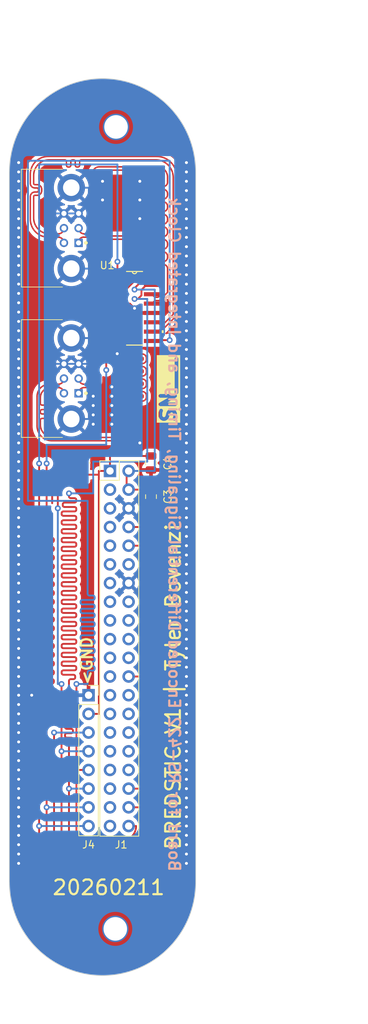
<source format=kicad_pcb>
(kicad_pcb
	(version 20241229)
	(generator "pcbnew")
	(generator_version "9.0")
	(general
		(thickness 1.6)
		(legacy_teardrops no)
	)
	(paper "A4")
	(layers
		(0 "F.Cu" signal)
		(2 "B.Cu" signal)
		(9 "F.Adhes" user "F.Adhesive")
		(11 "B.Adhes" user "B.Adhesive")
		(13 "F.Paste" user)
		(15 "B.Paste" user)
		(5 "F.SilkS" user "F.Silkscreen")
		(7 "B.SilkS" user "B.Silkscreen")
		(1 "F.Mask" user)
		(3 "B.Mask" user)
		(17 "Dwgs.User" user "User.Drawings")
		(19 "Cmts.User" user "User.Comments")
		(21 "Eco1.User" user "User.Eco1")
		(23 "Eco2.User" user "User.Eco2")
		(25 "Edge.Cuts" user)
		(27 "Margin" user)
		(31 "F.CrtYd" user "F.Courtyard")
		(29 "B.CrtYd" user "B.Courtyard")
		(35 "F.Fab" user)
		(33 "B.Fab" user)
		(39 "User.1" user)
		(41 "User.2" user)
		(43 "User.3" user)
		(45 "User.4" user)
		(47 "User.5" user)
		(49 "User.6" user)
		(51 "User.7" user)
		(53 "User.8" user)
		(55 "User.9" user)
	)
	(setup
		(stackup
			(layer "F.SilkS"
				(type "Top Silk Screen")
			)
			(layer "F.Paste"
				(type "Top Solder Paste")
			)
			(layer "F.Mask"
				(type "Top Solder Mask")
				(thickness 0.01)
			)
			(layer "F.Cu"
				(type "copper")
				(thickness 0.035)
			)
			(layer "dielectric 1"
				(type "core")
				(thickness 1.51)
				(material "FR4")
				(epsilon_r 4.5)
				(loss_tangent 0.02)
			)
			(layer "B.Cu"
				(type "copper")
				(thickness 0.035)
			)
			(layer "B.Mask"
				(type "Bottom Solder Mask")
				(thickness 0.01)
			)
			(layer "B.Paste"
				(type "Bottom Solder Paste")
			)
			(layer "B.SilkS"
				(type "Bottom Silk Screen")
			)
			(copper_finish "None")
			(dielectric_constraints no)
			(edge_plating yes)
		)
		(pad_to_mask_clearance 0)
		(allow_soldermask_bridges_in_footprints no)
		(tenting front back)
		(pcbplotparams
			(layerselection 0x00000000_00000000_55555555_5755f5ff)
			(plot_on_all_layers_selection 0x00000000_00000000_00000000_00000000)
			(disableapertmacros no)
			(usegerberextensions no)
			(usegerberattributes yes)
			(usegerberadvancedattributes yes)
			(creategerberjobfile yes)
			(dashed_line_dash_ratio 12.000000)
			(dashed_line_gap_ratio 3.000000)
			(svgprecision 6)
			(plotframeref no)
			(mode 1)
			(useauxorigin no)
			(hpglpennumber 1)
			(hpglpenspeed 20)
			(hpglpendiameter 15.000000)
			(pdf_front_fp_property_popups yes)
			(pdf_back_fp_property_popups yes)
			(pdf_metadata yes)
			(pdf_single_document no)
			(dxfpolygonmode yes)
			(dxfimperialunits yes)
			(dxfusepcbnewfont yes)
			(psnegative no)
			(psa4output no)
			(plot_black_and_white yes)
			(sketchpadsonfab no)
			(plotpadnumbers no)
			(hidednponfab no)
			(sketchdnponfab yes)
			(crossoutdnponfab yes)
			(subtractmaskfromsilk no)
			(outputformat 1)
			(mirror no)
			(drillshape 1)
			(scaleselection 1)
			(outputdirectory "")
		)
	)
	(net 0 "")
	(net 1 "+3V3")
	(net 2 "+5V")
	(net 3 "unconnected-(J1-Pin_12-Pad12)")
	(net 4 "/CLK1_OUT_TTL")
	(net 5 "unconnected-(J1-Pin_23-Pad23)")
	(net 6 "unconnected-(J1-Pin_15-Pad15)")
	(net 7 "unconnected-(J1-Pin_32-Pad32)")
	(net 8 "/DATA1_OUT_TTL")
	(net 9 "unconnected-(J1-Pin_5-Pad5)")
	(net 10 "GND")
	(net 11 "unconnected-(U3-~{INH}-Pad1)")
	(net 12 "unconnected-(J1-Pin_20-Pad20)")
	(net 13 "unconnected-(J1-Pin_19-Pad19)")
	(net 14 "/EXT_CLK2")
	(net 15 "unconnected-(J1-Pin_26-Pad26)")
	(net 16 "unconnected-(J1-Pin_21-Pad21)")
	(net 17 "unconnected-(J1-Pin_37-Pad37)")
	(net 18 "unconnected-(J1-Pin_18-Pad18)")
	(net 19 "unconnected-(J1-Pin_28-Pad28)")
	(net 20 "unconnected-(J1-Pin_16-Pad16)")
	(net 21 "unconnected-(J1-Pin_29-Pad29)")
	(net 22 "unconnected-(J1-Pin_9-Pad9)")
	(net 23 "unconnected-(J1-Pin_13-Pad13)")
	(net 24 "/EXT_CLK1")
	(net 25 "unconnected-(J1-Pin_39-Pad39)")
	(net 26 "unconnected-(J1-Pin_22-Pad22)")
	(net 27 "unconnected-(J1-Pin_33-Pad33)")
	(net 28 "unconnected-(J1-Pin_7-Pad7)")
	(net 29 "unconnected-(J1-Pin_3-Pad3)")
	(net 30 "unconnected-(J1-Pin_25-Pad25)")
	(net 31 "unconnected-(J1-Pin_30-Pad30)")
	(net 32 "unconnected-(J1-Pin_27-Pad27)")
	(net 33 "unconnected-(J1-Pin_35-Pad35)")
	(net 34 "unconnected-(J1-Pin_31-Pad31)")
	(net 35 "unconnected-(J1-Pin_17-Pad17)")
	(net 36 "unconnected-(J1-Pin_34-Pad34)")
	(net 37 "unconnected-(J1-Pin_11-Pad11)")
	(net 38 "/CLK1_OUT_+")
	(net 39 "/CLK1_OUT_-")
	(net 40 "/DATA1_OUT_+")
	(net 41 "/DATA1_OUT_-")
	(net 42 "/CLK2_OUT_TTL")
	(net 43 "/DATA2_OUT_TTL")
	(net 44 "/DATA2_OUT_+")
	(net 45 "/DATA2_OUT_-")
	(net 46 "/CLK2_OUT_-")
	(net 47 "/CLK2_OUT_+")
	(footprint "footprints:D16" (layer "F.Cu") (at 52.62 76.95))
	(footprint "rsdw:ATXH11F48000MHZG50T" (layer "F.Cu") (at 44.28 98.768 180))
	(footprint "Connector_PinSocket_2.54mm:PinSocket_1x08_P2.54mm_Vertical" (layer "F.Cu") (at 46.355 129.54))
	(footprint "rsdw:M80-54006YY" (layer "F.Cu") (at 45 68.06 -90))
	(footprint "Capacitor_SMD:C_0805_2012Metric" (layer "F.Cu") (at 54.864 102.55 -90))
	(footprint "MountingHole:MountingHole_3.2mm_M3_ISO7380_Pad_TopOnly" (layer "F.Cu") (at 50.1 52.3))
	(footprint "MountingHole:MountingHole_3.2mm_M3_ISO7380_Pad_TopOnly" (layer "F.Cu") (at 50 161.3))
	(footprint "Capacitor_SMD:C_0805_2012Metric" (layer "F.Cu") (at 54.864 97.978 -90))
	(footprint "rsdw:M80-54006YY" (layer "F.Cu") (at 45 88.5 -90))
	(footprint "Connector_PinHeader_2.54mm:PinHeader_2x20_P2.54mm_Vertical" (layer "F.Cu") (at 49.276 99.06))
	(gr_arc
		(start 55.88 147.32)
		(mid 54.392102 150.912102)
		(end 50.8 152.4)
		(stroke
			(width 0.25)
			(type solid)
		)
		(layer "F.Cu")
		(net 10)
		(uuid "089ad0eb-c70e-4957-80bc-4177eed746ab")
	)
	(gr_arc
		(start 60.96 154.94)
		(mid 57.242023 163.918489)
		(end 48.264999 167.64)
		(stroke
			(width 0.1)
			(type default)
		)
		(layer "Edge.Cuts")
		(uuid "105394aa-5ebc-4870-be67-452b6da874e0")
	)
	(gr_arc
		(start 48.26 45.725)
		(mid 57.238489 49.442977)
		(end 60.96 58.420001)
		(stroke
			(width 0.1)
			(type default)
		)
		(layer "Edge.Cuts")
		(uuid "590f13df-495e-472c-b564-0f4c1c6b2630")
	)
	(gr_line
		(start 60.96 58.425)
		(end 60.96 154.94)
		(stroke
			(width 0.1)
			(type default)
		)
		(layer "Edge.Cuts")
		(uuid "5ffcb751-55b8-454d-98e8-92152c00bce7")
	)
	(gr_arc
		(start 48.264999 167.64)
		(mid 39.28651 163.922023)
		(end 35.564999 154.944999)
		(stroke
			(width 0.1)
			(type default)
		)
		(layer "Edge.Cuts")
		(uuid "7d5ce31a-e835-4a20-bbb6-cd1adca028d2")
	)
	(gr_line
		(start 35.56 154.944999)
		(end 35.56 58.425)
		(stroke
			(width 0.1)
			(type default)
		)
		(layer "Edge.Cuts")
		(uuid "b631bb2d-7301-40eb-9b0c-c62e30175825")
	)
	(gr_arc
		(start 35.564999 58.425)
		(mid 39.282976 49.446511)
		(end 48.26 45.725)
		(stroke
			(width 0.1)
			(type default)
		)
		(layer "Edge.Cuts")
		(uuid "f1cc3e8b-bdee-42a7-a3ec-bc3de05c4824")
	)
	(image
		(at 44.330859 98.894815)
		(layer "F.Cu")
		(scale 0.151709)
		(data "iVBORw0KGgoAAAANSUhEUgAAAewAAAF/CAYAAACL2PqNAAAABHNCSVQICAgIfAhkiAAAIABJREFU"
			"eJzsnXd4FNX3h096AimEEJIQOiT0DgIiFkDpPRAQRRSp0hRQUQQFAbEhvYgo0gQSuoBKDR1BpCkQ"
			"QgIBQklCek/O7w9/me/c2XsnMylsZve8z7PPA8ln785mZufduXPvuTaIiEAQBEEQRKnG1twbQBAE"
			"QRBEwZCwCYIgCMIAkLAJgiAIwgCQsAmCIAjCAJCwCYIgCMIAkLAJgiAIwgCQsIlSwRdffAGxsbHm"
			"3gzCyklPT4cZM2aYezMIgosNzcMmSgN+fn6wfPly6NOnj7k3hbBirl27BvXq1YOMjAxwcnIy9+YQ"
			"BANdYRMEQRCEASBhEwRBEIQBIGETBEEQhAEgYRMEQRCEASBhEwRBEIQBIGETBEEQhAEgYRMEQRCE"
			"ASBhEwRBEIQBIGETBEEQhAEgYRMEQRCEASBhEwRBEIQBIGETBEEQhAEgYRNEaScvBzIyc4uxuQwo"
			"xuYIgnhKkLAJojSS8g+EfDYUOjTwBzdnRyjj4ghOnjWgVe+JsOLEQ9Dr25R/QuCzoR2ggb8bODuW"
			"ARdHJ/Cs0Qp6T1wBJx6SvQnCCJCwCaKUkff4ALz/YlsI/nQdHP73EUD5GhBQ2x/Kpt2G87sWwdiO"
			"bWHQmuuQpa01eHzgfXixbTB8uu4w/NdcANT2Lwtpt8/DrkVjoWPbQbDmurbWCIIwHyRswuK4fv06"
			"XLt2zdybUUgS4ffpI2HBX8lg49sRZvwaDo8fRMD1G3fg8d0zsOL1euCcFQmh746B5Tc0XBkn/g7T"
			"Ry6Av5JtwLfjDPg1/DE8iLgON+48hrtnVsDr9ZwhKzIU3h2zHLQ0VxrJzc2F3377DbKzs829KQRR"
			"opCwCYsgPDwc5syZA02aNIG6detCWFiYuTepcCTshx9DbkOOjS8MXLQJZnatDs7//ys771Yw8vuf"
			"4b1GDgDJx2FjyA0Nzf0IIbdzwMZ3ICzaNBO6VpdaA+9WI+H7n9+D/5rbCCEGNXZeXh506dIF/Pz8"
			"YNSoUXDo0CHIzTXmeyEINUjYhGGJiIiAL774Apo3bw6BgYEwffp0uHTpkrk3q0jk3L8PSS5lwcG1"
			"LfTo4m36AXVqBO2eqQi2mAf3om4X1Brcv58ELmUdwLVtD+jibfpxd2rUDp6paAuYdw+ibucU19sw"
			"C3FxcbBq1Sro2LEjVK5cGcaPHw/Hjx+HvLw8c28aQRQL9ubeAILQQ1RUFGzduhU2b94M58+fN/fm"
			"FDv29d+FfXcnQsaTJMhz4wTyYiEy6gnkgS14VvAqqDWo/+4+uDsxA54k5QG/uUiIepIHYOsJFbzs"
			"iuEdlA4ePHgAS5YsgSVLlkDlypVhwIABMGjQIGjVqhXY2NiYe/MIolCQsIlSz507dyAkJAQ2b94M"
			"Z8+eNffmPAVswdmzHPc3KSe/g+Vh6YD2taBjl8Yam3MGfnMpcPK75RCWjmBfqyN0aWyZp4O7d+/C"
			"ggULYMGCBVCjRg0YOHAgBAcHQ9OmTUnehKGwzE8oYXju3r0LISEhsGXLFjh16pS5N6dUkBsdAhOG"
			"L4KrWTZQsfc0mNTOqSitQXTIBBi+6Cpk2VSE3tMmQZGaMwiRkZEwf/58mD9/PgQEBMCgQYMgODgY"
			"GjRoYO5NI4gCIWETpYb4+HhYvHgxbNmyBY4fP16kto4cOQI5Oca7Jzt27Fjuz3Mit8LYXm/CTzey"
			"wTHwLVixbBhUL3QPdg5Ebh0Lvd78CW5kO0LgWytg2bDqYAcAy5YtK2yjZqOwA8zCw8Nh9uzZMHv2"
			"bGjQoAEEBwdDy5Yti3nrCKL4IGETpQJEhFOnTsGNGzfgxIkTRW7vzJkzcPt2QYOySh88YSeeWwTD"
			"BkyFnVHZ4BTwKqzavQz6VirseNFEOLdoGAyYuhOisp0g4NVVsHtZX8hvbsOGDYXfeDNRHIPKrl69"
			"CqGhoRAbG1sMW0QQJQQSRCnA19cXt2/fjoiIMTExuHz5cuzUqRPa2dkhAOh+rFy50szvqDjIwPBf"
			"RmMzD1sEsMVyLSfhrjs5RWguHH8Z3Qw9bAHBthy2nLQLi9JcaSErK6tQxwgAYPPmzXHu3Ll448YN"
			"RET8999/EQAwIyPDzO+KIEyhK2yi1OHr6wujR4+G0aNHQ2xsLOzatQtCQkLgwIEDVlQcIwFOfzkI"
			"+k//He7nOEGtoG9g65qx0Iw31FtTc6fhy0H9Yfrv9yHHqRYEfbMV1oxtxh05bum0atUKgoKCICgo"
			"CGrWrGnuzSEIzZCwiVJNhQoV4K233oK33noLEhISYM+ePRASEgL79++HzMxMc29eCZECZ+b1hR7T"
			"j0C8jTe0n7YONs/qDH6FvWedcgbm9e0B04/Eg413e5i2bjPM6uwHljOJq2DatGkDQUFB0L9/f6he"
			"vbq5N4cgCgUJmzAM5cqVg9deew1ee+01SE5Ohr1790JoaCj8+uuvkJaWZu7NKybyICZ0HAyaeRTi"
			"bStDz+9+hY3vNIayhW4uBkLHDYKZR+PBtnJP+O7XjfBO40K3ZijatWsnSbpKlSrm3hyCKDIkbMKQ"
			"uLm5QXBwMAQHB0NaWhr89ttvEBoaCrt27YLk5GRzb17hSdgPM6ZsgNs5tlCp97swqkE8/HnkCCdo"
			"A46+DeHZuvnFU5Lh1tm/4E4agEuVptCqlgfYAkDC/hkwZcNtyLGtBL3fHQUN4v8EfnOO4NuwDdT1"
			"Mm7xQxsbG2jfvj0EBQVBv379wN/f39ybRBDFi7lvohMEIjvorChkZGTgnj178OzZs8WwVU+bXIxZ"
			"3QPdbbQMmLJF76E7/vfUzFM4ta49Athj7UlhmImImBuDq3u4o42WAVi23jh0R7q53niRyMnJwaVL"
			"l2JMTEyR26JBZ0Rphq6wCYvCyckJunfvbu7NKCTZcOH0BUjF4mruApy+kArF1Vxpxc7OTjh/nSAs"
			"CRtEtPTPM2EA/Pz8YPny5dCnTx9zbwphxVy7dg3q1asHGRkZ4ORkBaXfCENh3BtWBEEQBGFFkLAJ"
			"giAIwgCQsAmCIAjCAJCwCYIgCMIAkLAJgiAIwgCQsAmCIAjCAJCwCYIgCMIAkLAJgiAIwgCQsAmC"
			"IAjCAJCwCYIgCMIAkLAJgiAIwgCQsAmCIAjCAJCwCYIgCMIAkLAJgiAIwgCQsAmCIAjCAJCwCYIg"
			"CMIAkLAJgiAIwgCQsAmCIAjCAJCwCYIgCMIAkLAJgiAIwgCQsAmCIAjCAJCwCYIgCMIAkLAJgiAI"
			"wgCQsAmCIAjCAJCwCYIgCMIAkLAJgiAIwgCQsAmCIAjCAJCwiVJBUFAQ1K1b19ybQVg5lStXhqCg"
			"IHB0dDT3phCECTaIiObeCIIgCIIg1KErbIIgCIIwACRsgiAIgjAAJGyCIAiCMAAkbIIgCIIwACRs"
			"giAIgjAAJGyCIAiCMAAkbIIgCIIwACRsgiAIgjAA9ubeAEI/OTk5MH/+fDh79qz0s+TkZIiMjAQ/"
			"Pz/w9vZWff6dO3cgKSkJAgICwMnJSZjLy8uDmzdvQl5eHgQGBoKtrfj7HSLCrVu3ICsrCwICAsDe"
			"Xnxo3bt3D+Lj46F27drg4uIizGVnZ0N4eDg4OztDzZo1Vd9TfHw8REdHQ9WqVcHT01M1GxMTA7Gx"
			"sVCzZk0oW7asMJeTkwPh4eHg4OAAtWvXVm0zISEB7ty5A/7+/uDl5QWOjo4wbNgw6N69u+rzjM7d"
			"u3dh3rx5cOHCBbh//z5Ur14dPDw8VJ9jzv2ff5xmZmZCYGCg6nGav//t7e0hICCgWNpMT0+Hmzdv"
			"gpeXF1SqVEn1PSUmJkJUVBRUrlwZvLy8VLNRUVGQmpoKAQEBJlXavLy84MMPP4TAwEDVNojSD1U6"
			"MyB79uyBnj17mnsziALw9PSEhw8fgoODg7k3pcQYO3YsLF++3NybQRTAgAEDYMuWLebeDKKIUJe4"
			"AXnw4IG5N4HQwJMnTyAtLc3cm1GinDt3ztybQGjg3r175t4EohggYRscX19f6d9NmzaF27dvQ1xc"
			"nMlj9uzZzPO++uorbu7hw4fM1buLiwvs2LGDm3306BH07dtXyjo6OsLmzZu52U8++YR5/c8//5yb"
			"i4yMhObNm0s5Hx8fOH36NDcbGhoKzs7OUrZv377w6NEjbvbLL79kXv+DDz7g5u7cuQNt27aVcp6e"
			"nhAWFsbN7tmzh+lS79KlC8TExECbNm307kbDkpCQIP173Lhx3L9TXFwcjBo1inne/PnzubmbN29C"
			"o0aNpJyvry+cOXOGm/3ll1+Y7t9+/fpx9//jx48hODhYyjk4OMDGjRu5bUZFRcEzzzwjZcuXL8/d"
			"/7GxsfDaa69JOXt7e1i/fj23zQsXLkDlypWlbP369eHGjRvc7N69e5ljqnPnzhATE8PNjhw5UsrZ"
			"2trCqlWrTDKEhYGE4fj+++8RAJhHYGAgPnr0iJtfsmQJk/3uu++4uezsbOzfv7+UK1OmDB46dEiY"
			"HTBggJR1dnbG/fv3c7Pz5s1jXn/BggXcXGJiIrZu3VrK+fr64rVr17jZAwcOoIuLi5QdNGgQ5uTk"
			"cLNLly5lXv+zzz7j5lJSUvD555+Xcl5eXnjx4kVuNiwsDF1dXaVsr169MDMzExERu3XrJv08ISGB"
			"+3xLQf5eHz58aPL7vLw8HDVqlJSxtbXF1atXc9uKjY3Fpk2bSll/f3+8ceMGN7tnzx50cnKSskOG"
			"DOHu/9zcXHz99delnJOTE+7Zs4fbZmJiIrZt21bKent746VLl7jv6e2335ZyDg4OuGPHDm6bkZGR"
			"WK1aNSnbuHFjfPz4MTd7/Phx5pjq2bOndEwpmTBhgpSzs7PDjRs3cnP5mWeeeYb7e8JYkLANyMqV"
			"KxkBVapUCaOiorjZVatWoY2NjZSdP38+N6dH1llZWUzWxcUFf//9d262KLL+999/uVmlrIODg0uN"
			"rBGtS9h9+/YVCjsnJweHDh3KiGX9+vXcdh4/foyNGzeWspUrV8bw8HBudvfu3ejo6ChlX3/9dczN"
			"zTXJ5eTk4JAhQxhZ//rrr9w2ExMTsU2bNlK2YsWKeOXKFZNcXl4ejhgxQpOso6KiGFk3atToqcr6"
			"+PHjUs7Hx4ebIYwFCduATJkyhRHr5cuXubm1a9cysp41axY3p1fWffr0YbIHDhzgZvXIWn6y1CPr"
			"gQMHlipZI5KwEf87pgYOHMiILSQkhNvGo0ePsFGjRlK2atWqGBERwc3u3LmTkfXQoUOFsn711VcZ"
			"We/du5fbZkJCAvNl0cfHB69evWqS48l6+/bt3DajoqKwevXqjKxFPWAlIesTJ06gm5sb8wWIMD4k"
			"bAPy9ddfSx/Ejz76iJvZtGkT2tnZSbmPP/6Ym9Mj68zMTOzZs6emrFZZJyUlMd2QPj4++M8//3Cz"
			"Bw8eNJF1dnY2N2suWSOSsDMzM7F3796MLHfv3s19/sOHD7FBgwZStlq1anjr1i1udvv27ejg4CBl"
			"33jjDaGsBw8ezLz+vn37uG0+efIEW7VqxXxZ5B1/eXl5OHLkSEbW27Zt47aplHXDhg3NKmsAwDZt"
			"2nCzhLEgYRsQ+T3sn376yeT3oaGhaG9vL2WmTJnCbUePrDMyMrB79+5S1tXVFY8ePcrNlpSsy5Qp"
			"I2UHDBhQKmWNiFijRg2rFXZaWhp26dKFOaZEt0tiYmKwXr16UrZ69erCWzvbtm1jZP3mm28KZT1o"
			"0CAppza2Ij4+Hlu2bFlgz47yPryDgwOGhoZy27x9+zaz/0uDrAEAn332WW6eMBYkbAOiJuxdu3Yx"
			"J7YJEyZw29Aj6/T0dOzatauUdXNzw2PHjnGzemT97LPPSrmKFStyuyEREQ8dOsTIOigoqNTKety4"
			"cczrP3nyhJuzFOTCvnXrFr700kuavtTdv38f69atK2Vr1KiBt2/f5mZDQ0OZY3r48OGYl5dnksvJ"
			"ycHg4GBG1r/99hu3zbi4OGzevLmU9fPz4w5wzMvLw9GjR0s5e3v7UivrkydPMrKWf8EmYVsGJGwD"
			"IhL2/v37mZGzo0aN4j4/Ozsb+/Xrp1nWr7zyipR1d3fHEydOcLNz5841q6yVo+HVZN2+ffsSl7W1"
			"XWHLr1Y9PDzw1KlT3Ofcu3cPAwMDpWytWrXwzp073OzWrVuZ3qIRI0ZwZa28Z642EDIuLg6bNWsm"
			"ZStVqoTXr183yRVF1g0aNBDK+tixY5plPX78+ELJulu3bpiRkSGNYSFhWwYkbAPCE/bBgwfR2dlZ"
			"+vmwYcOEJzatsk5LS8NOnToxshadhLXKOjk5Gdu1a8fImjcaFxHx8OHDJS7rChUqqMq6bNmyhZa1"
			"tQlb/gXo/Pnz3Pzdu3cxICBAytauXRujo6O52S1btjCyHjlypPCYDgoKYmT9xx9/cNtUTh0TjUbP"
			"y8vDMWPGMLIWDZq7c+cO1qxZk5E1b4obYsnJ2t3d3UTWiEjCtjBI2AZEKeywsDBGbK+++ir3/h5P"
			"1ocPH+a+RmpqKtO96eHhgWfOnOFmCytrb29voayPHDnCvKf+/ftrlrVoNHxRZZ2VlcXNymVtZ2fH"
			"CMHShS0fYAfw3zgE0ayF6OhorF27tpQNDAzEu3fvcrObN29mZD1q1CjNshbNWlBOHatSpQrevHmT"
			"mx07diwj661bt3JzRZG12hdApaw3bdrEzZ06dYqRddeuXSVZI5KwLQ0StgGRC3v69OlMV1hQUBB3"
			"mpMeWaekpOALL7wgZT09PfHPP//kZpWyFhVlSU5Oxueee65Qsu7Xr59hZP3LL79Y1Shxede2WqGb"
			"27dvM2KrU6cO3r9/n5tVznAYM2YMV9ZZWVkmx/TBgwe5beqZOlZYWdevX79UyRqRhG1pkLANiFzY"
			"8mlOIrHokXVycjIjtvLly+Nff/3FzeqRtbxNb29v4VXY0aNHGVn269dPKMvSKGtE65rWJR+4JeqB"
			"iYqKYu7v1q1bF2NiYrjZjRs3MrJ+5513uLmsrCymO17t1s7Dhw+xYcOGUlZt6phS1lu2bOHm7ty5"
			"g7Vq1SrVskYkYVsaJGwDwitN2rVrV+5JQI+sk5KSmC5rLy8vvHDhAjerVdY8WfLKPSKayrpv376G"
			"kzWidQlbrdIZ4n+lOeVzkuvXr48PHjzgtrV+/XpG1uPHj+fmeMV7RMf0gwcPsH79+oysIyMjudl3"
			"3nmHkfXmzZu5uejoaEbW9erVE76nkpD16dOnGVl36dKFK2vE/5Umbd68Off3hLEgYRuQhQsXMrLq"
			"1KkTpqenm+T0yFpZR1lNbHpkLZ86pUfWffr0MaSsEUnY+dy6dYspzal2f/fnn39GW1tbKTtx4kRu"
			"LisriynKUrZsWTxy5Ag3q5znXaNGDeE8b+U+Lc2y9vDwkLKdO3fmfvYR//ubyo99wviQsA3IxIkT"
			"pQ9iYGAgpqammmT0yFpZmrFixYrCLms9spbfB9cjy9Isa/lVGE/WiCRsRMSbN29ilSpVpN+pleZc"
			"u3YtI+tJkyZxc5mZmdirVy9G1qJ53jExMcw875o1awrneStlqSZr+aC5py3rM2fO6JK1/G9as2ZN"
			"bo4wFiRsAyJf/GPFihUmv+cNxhHJWlmaUVRHGbHwslab56w8sRWHrJX3zJ+mrBERO3bsaNXCDg8P"
			"x8qVK0s/V1uh6qeffmLE8u6773JzyrK4rq6uGBYWxs3ev38f69SpI2XV5nkrZSnap3fv3mVkrXYf"
			"vrTJGoDuYVsKJGwDolbpTI+s4+PjsUWLFlLWz89PuOjGnDlzNMk6NTXVRNZ///03N6s8sfXu3dus"
			"slZ7faWs1a7C5CPcranS2cOHD/H69evo7+8v/axp06YYGxvLfe6aNWsYsUyePJmby8zMxB49ejCy"
			"FlXaUxZlUZvnrawgJpJlScla2Q2vVdavvPKKLlmTsC0HErYBEQlbj6y1VntC1CfrF198sVCyVruy"
			"Xbx4caFlrfWeeXHJWn5/09qusE+cOIGVKlWS/t+8eXOMi4vjPm/16tXMSnJTp07l5pQ17N3c3PD4"
			"8ePcrLIoS0BAgHCet/y2klpREmWbarIubFU8tSv7s2fPFlrW7733Ho0StzBI2AaEJ2yerEWDcR4/"
			"foxNmjSRsv7+/njjxg1uVo+s5YVWypcvLxxhrqyjrHZiM4qslVdh1ihsb29v6d8tWrTA+Ph47nOU"
			"a7R/8MEH3FxGRoZJDXtRWVzlNKvAwEC8d+8eNztp0iRNsr537x4j6zp16hhK1og0rcvSIGEbEKWw"
			"9chaWUBCrdqTUtYLFy7k5tLS0rBDhw6aZS0v9KJWmlEp69mzZ3NzpU3W8vatSdj5j1atWglvBaxc"
			"uZKR9bRp07g5pazd3d3x5MmT3KyyKEvdunWFRVmUst6wYQM3V1RZF3aGQT5nz57FcuXKSdmXX35Z"
			"t6wRSdiWBgnbgMiFvXr1as2y1rP2cFFkLSq0olz6r0ePHhYn6zp16ljVoLOXX36Z2U/PPPOM8D2v"
			"WLGCkbVoLff09HTs3LkzI2tRDXtlUZZ69eoJxfruu+8y+3T9+vXcnPI+uFpVtpKQ9Z9//lksskYk"
			"YVsaJGwDIhe2fNCYmqz1rD2sR9ZyOXl6egoXfbBEWfOuwu7fv29V07rk3dAtWrTAxMREbm7ZsmWM"
			"rKdPn87N8VaHE8laT1GW9957T8rZ2tpqlnVgYKDZZZ2WlsbNKqfDKWWNSMK2NEjYBoRX6UxN1spp"
			"LmpzUktC1sql/0qzrOWlKQsja0Trmoctr4wnqs2tHOE/Y8YMbk4paw8PDzx9+jQ3GxkZqbkoy+TJ"
			"kxlZr1u3jpu7f/9+qZJ1p06diiRrRBK2pUHCNiCrVq3SLGs9aw/rkbV82U1PT088d+4cN6tc+q97"
			"9+4WIWu1E7s1Cbug0qTKffrpp59y20lLS2O619VWh4uIiMCqVatK2YYNGwqLshRF1qJBayUh63Pn"
			"zjGy7tixo2ZZi6bDZWRkSJmAgABuhjAWJGwDIj8JOTo6CmWtrMykNs1Fq6zT09OZE6uarJULFMjX"
			"6VWiR9byVb9KQtZqdaR5slae2EnY/6EsoStao1zZW1OuXDk8e/YsN6usoKZWlGXKlCmMrH/++Wdu"
			"TtkDFRAQ8NRl7enpWeyylg/ao9KklgEJ24B8/fXX0gfxww8/5GZ4yxmKTkKFlXW5cuXMKmtvb+9i"
			"qU2uVdZar8JI2IgLFizQtE9TU1OZQYvlypUTLuWqrKDWpEkTYVGWqVOnMrJeu3YtNxcTE1MistZa"
			"Fe/8+fMlImvlOuWNGzfmZgljQcI2IGqVzhD1jZz9/PPPNctafn9R7cSqXE1ItPQforFkrfXE3rRp"
			"U6sW9rfffsvs088//5z7XOXcfbXemhs3bjAV1Jo1ayYsyvL+++8zsuZ9RhD5shb1QBVF1qJjSinr"
			"Dh06FIus5YVm8h90D9syIGEbEDVh81ZIEo2c1SNr+TQbDw8PYZelHlkvWrSo2GV95MiREpd17dq1"
			"hSf2tWvXMu/J2kqTynt/AADnzp3LfR5P1qJBi9evX9dcQU2PrOWLg6jt06LUm3+ass7MzDSpCkfC"
			"tixI2AZEJGw9g3FKQtbKmsdq6/QaRdbKq7CCZK2s42xNV9gzZsxg3vsXX3zBfY5ycRi1ufvXrl1D"
			"Pz8/KatWQe2DDz5gZP3jjz9yc8opjnpkXRzTAXmy5q24h1g0WZ88eZJGiVsYJGwDwhO2nhWSlLJe"
			"tGgRN5eRkWEia9HI3aLIWtRlWhKyzsvL0yVrrVdhokUXrEnY8seXX37JzSvXSFeT9T///IO+vr5S"
			"tmXLlsIeiw8//JCR9Zo1a7i5Bw8emMhatDhIScj6r7/+YmT90ksvFYus5Yuj5MsakaZ1WRokbAOi"
			"FLaeFZL0yLpLly6MrEVzYpU1j9WW/jOqrGvVqiU8sStlLR8/YI3C/vrrr7lZpay9vLyEJWyvXr2K"
			"Pj4+Ulatgtq0adOknI2NDf7www/cnFLWavu0pGRdvnz5Ype1fNlRZb11ErZlQcI2IHJhz507l+ky"
			"VLu/p0fWyjrOWmWttkCBUWSt58S+bt06kwIW1jRK/JlnnmH26TfffMPNKefOq63kduXKFaxYsaKU"
			"bdOmjbCCmiXKWrlGuFZZu7q6mqxkRsK2LEjYBkQubLks1boM9chaLhw1WSsrM1mbrNevX8+tNmVN"
			"wpbP81dbSU05d160Rvnly5eZVb/atm0rlPVHH32kSdYPHz7E+vXrm03WFy5cYGT94osvapb1lClT"
			"uLnMzEzs1auXqqwRSdiWBgnbgPBKk6p1GWqVtXLgilodZyPLesuWLdw2lbKuWbOmsCrchg0b0M7O"
			"Tsq+++670u+sSdjynhhepbOkpCSmfKnaPr148SJWqFBByj777LOYlJTEzX788ceMrFevXs3NKWWt"
			"tk9LStZeXl7FKuusrCwTWR87doybJWFbFiRsA6KsIKXWZVhYWcsHrijRs5qQHlkrT+yXL1/mZpWy"
			"7tu3b5FlrefEvnHjRkbWkyZNYn5vTcJWq3SWlJSEzz77rKZ9+vfffzOyfu655zA5OZmbnT59OiPr"
			"77//npsrKVlr7a35+++/GVm/8MILxSLr3r17a5J1dna2lKtTpw43QxgLErYBka/pW7t2beFVyOzZ"
			"szXLWjTKVImy5rHaakLWKGtEEjYiYmJiIrZt21b6XcWKFfHKlSvcNv766y9GbO3bty8WWcuXki0N"
			"sk5JSeFm9ci6T58+jKzDwsKEWfmyu1Sa1DIgYRuQlStXSh/EFStWcDNFkbV8lKkc5fxRtdWEjCRr"
			"+Ym9Ro0awpXMNm3axMh64sSJ3Jy1CzsxMRHbtGmjSdbnz59n7u+qie2TTz5hZL1q1Spu7tGjR5r3"
			"aUnUm1fK+vnnny92WZctW1ZV1srR+40aNeJmCWNBwjYgBZUm1SNr5ZQQ3sAVRH01j5Vd9sUl6zJl"
			"ymiS9ZgxY0pc1hMmTODmENmBWNYm7ISEBGzdurX0Mx8fH7x69Sr3ucpFL9RGTsuLstjY2ODKlSu5"
			"OXPL+uLFiyUia/nfuWzZsnj06FFhVi72/Afdw7YMSNgGRE3YSlkvXrzWguqyAAAgAElEQVSY24bW"
			"UaaIlilrPSf2X375hZH1+PHjuTlEttoWgHWVJg0PD2emefn6+uI///zDfZ5yHIRata+ZM2cyshb1"
			"Kj169AgbNmxYKFkXR1W8kpB1dnY207VdtmxZ4ep8yvvb8vdHwrYMSNgGRCRsrbLmjTIVyVpZmUmt"
			"5rFS1nPmzOHmSoOs5Sf26tWrY1RUFDe7efPmQsva2q6w5Yue+Pr64r///st9jrIqntoXwKLIWrRP"
			"S0rW8kFz7du3f6qyVn4Bz78Kp1HilgUJ24DwhK1H1lpHmSqLPVibrLds2YL29vZSdty4cdwcIl/W"
			"1ibs/Iefnx9eu3aNmz916hQja7VBi59++ikj6+XLl3Nzjx8/xkaNGmnap+aW9Y8//qhZ1v3795dy"
			"ZcqUUZW1soBK/v1tErZlQcI2IEph65G11lGmeiozaZU1b07u05S1nhP71q1bGVm/88473Byi6aIT"
			"8tewdGErl3JUk/XJkyeZldzU5u5/9tlnjKyXLVvGzZWErPUU2rl06ZKJrEUj3JWynjp1KjfHk/Xh"
			"w4e5WeWgUeUXcBK2ZWEPBiMiIgIiIyPNvRklgoeHB7Rq1UrXc3bt2gXbtm2T/r948WIYN26cSS47"
			"OxuCg4Nhx44dAABQtmxZ2Lt3L7Rv394k+/fff0OnTp0gPj4eAABeeukl2LNnD5QpU8Yku2jRIpg4"
			"caL0/zlz5sBHH31kkktOToauXbvCiRMnAADA29sbDh06BA0bNjTJHj16FLp16wZpaWkAANCvXz/4"
			"5ZdfwMHBgckhIrzzzjuwfPlyAACwt7eHTZs2QVBQkEmbsbGx0KFDB7h8+TIAAFSrVg0OHz4M1apV"
			"M8mGhITA4MGDIScnBwAAxo4dC0uWLDHJAQB8+OGHMH/+fAAAsLW1hdWrV0NISIj0OpZORESE9G8f"
			"Hx84cuQIBAYGmuROnjwJXbp0geTkZAAA6NKlC2zfvh2cnZ1NsrNmzYKZM2dK/1+yZAmMGTPGJKdn"
			"n4aFhUG3bt0gNTUVAAD69OkDW7Zs4R5T48aNg2XLlgHAf8fUxo0bYcCAASZtXr58GTp06ACxsbEA"
			"APDcc8/B3r17wdXV1ST7008/wfDhwyEvLw8AAKZOnQpffvmlSS4nJwcGDx4MoaGhAABQpkwZ2LNn"
			"D7z44osm2czMTOjfvz/8+uuvAADg5uYG+/btg3bt2plkCQvB3N8Y9NKhQwf08PAokYerqyu6u7uX"
			"WPsFPerVq4d5eXkF/g14lc6ggCtrraNMlZWZSurKWjTNR3ll3a9fP81X1lu3buW2qbwKq1atGkZG"
			"RnKzyivrMWPGCPeJ8so6f4Uoa5rWJb9vLZq7f+zYMXR1dZVy3bp1E67kNmvWLOaYWrp0KTf3+PFj"
			"bNy4saZ9WpQra1FvjbKEqlqhFz1X1gMGDGCurA8dOsTNKksIi6Zj0hW2ZWE4YZck06ZNwz/++MPc"
			"m1EgPGGLZK1n4Ipy/qhaGUUjyVp5Yr916xY3GxISUmRZI1qXsNUqnSH+V5RELusePXpgZmYmty3l"
			"rR2RrGNjYy1S1gMHDpRyLi4uePDgQW5WuTiPWu2E/EybNm24vyeMBQn7/8nLy8OaNWviqFGjzL0p"
			"BSKfk6pH1moDV/SUUTS3rEePHq1J1soTe9WqVYWyDg0NZWQ9evRooazff/99oawRSdj5KGXZs2dP"
			"oayVJXSXLFnCzemRdUnUm1fKul27dmaVtbu7u7Bn4/Lly1LOz8+PmyGMBQn7/zl79qwklZycHHNv"
			"jiry0bOvvfYaN6NnlKly/qhatamSkPXhw4dLRNZNmjTRJOtt27ahg4ODlB01alShZY1Iwkb8b58q"
			"i5JolbXoC6iefVoSsr5y5YqJrEVlgbXKOicnx0TWBw4c4GbT09Oxc+fOjKxFi/MoB8NVqlSJmyOM"
			"BQn7/5k8ebJ0cIvuG5UWCqp0lp2djUFBQYysRaNMlVNS1Io9fPfdd4aVdUREBDe7fft2RtYjR47U"
			"LOsff/yRm3v55ZetWtgHDx5k9qna1Kk5c+Ywx5SoKl9sbCxzv1yPrIujhK1S1moriemRdXBwMCNr"
			"0S259PR0fOWVV6Ssh4eHcNlb5WcaALB169bcLGEsSNiImJubi1WqVJEO7rFjx5p7k1RRE7aegSuW"
			"KOu4uDjmxF6lShXNsh4xYkSRZf3gwQNGFtZU6ezhw4d44MABdHFxKXCfIiLOnTtXk6yV+9Qcsq5Y"
			"sWKxy3rQoEGFlvWZM2e4WeWtLfk2E8aHhI2Ix48fZw5uHx+fUt0tLhK2nnthvPmjWmU9d+5cbo5k"
			"za6nbW1X2Js3b2ZkHRQUhNnZ2dznzZs3j/k7LVy4kJvTs0/NLes1a9ZolvXgwYOlnLOzM/7+++/c"
			"bFpaGtNjoyZr5QyP559/noRtYZCwEXH8+PEm30hF055KAzxh65W1vHuvuGStXPvY3LK+efMmN7tj"
			"xw5G1m+//XaJyNrahO3k5CT9e+DAgZpl/d1333FzJSVrrYV2rl69ysi6bdu2mmX9/vvvc3N6Zd2p"
			"UycpW65cOTx79iw3qyx0lD8OhaZ1WRZWL+ycnBz09fU1OdGq1Yw2N0ph6xm4omdKSmFlrbacIk/W"
			"vBM7T9YhISHcNuPi4rBZs2ZStnLlykJZ79y5s8RlLX9/1iTs/MegQYOEPVRffPEFk12wYAE3p9yn"
			"JSVr0RfAkpL1q6++ysj6t99+42bT0tKwY8eOjKz//PNPbla5RKl8OiYJ27KwemEfOnTI5IQD8N+o"
			"ytzcXHNvHhe5sNesWaN54Iq1y3rXrl3o6OgoZYcPH17ssq5Vqxa+9NJLViPsF154gTlOBg8eLJT1"
			"/PnzCy1r0T4tKVn7+Pgwsk5MTORm9ch6yJAhjKz379/PzaampmKHDh2krKenJ547d46bLWiJUhK2"
			"ZWH1wh41ahRX2AAgXMHK3MiFLV97WE3WvCkppVXW8n2iJuv4+HgTWYeHh3Ozu3fvZmT91ltvCWU9"
			"derUQsv6zp07VjWtq2bNmtJ77d+/v1DWX375JXNMffvtt9wcb58+TVn/888/jKzbtGlTZFnn5ubq"
			"krX8C5+npyeeP3+em/3zzz9NVtJT1k4gYVsWVi3srKwsk+kP8sekSZPMvYlceJXO1O6FKQfOWIqs"
			"mzdvLmX9/f01y/rNN98U9p4oZc2bNocoljWidc3Dll8JxsTEcDNKWX/zzTfcnHKfWqKsnZyccN++"
			"fdysHlmfPXuWWU9ctEQpCduysGph79+/Xyjr/BNGaewWVwpbj6zVRrkaSdYtWrQolKyHDRtWZFnH"
			"xMQIZY1oXcIuqDTpV199xRxTX3/9Nbcd5T5V6y0pKVnLx7K0bt26WGT92muvaZb1iy++KGXLly+P"
			"f/31FzerXE+8U6dOwiVK8zMtW7bk/p4wFlYt7DfffFNV2AAgrCRkTuRicXBwEA5cUQ6cedqyPnTo"
			"ULHL+smTJ8yJvVKlSnjjxg1uds+ePU9d1ogk7Hy+/vrrQsla7QtYUZZdFcn633//LRFZv/7664ys"
			"9+7dy82mpKQwYwHUZH369GmT9cRFS5Tu3r2b+ZwSxsdqhZ2RkcF0KYke7733nrk31QR5F+PkyZO5"
			"GeXAGTVZL1iwwOJk/euvvzLTjN54442nImtEEjYi4jfffMMcU1999RX3+cp9qkfWxbE4DE/Won2m"
			"R9ZDhw5lZP3rr79ysykpKcx8aS8vL7xw4QI3e+rUKc3rie/YsYP5slqtWjVujjAWVivsXbt2FShr"
			"gP+qKmlZ8vJpUlBpUuW9OLUpKUaSdcuWLTXJeu/evYyshw4dWiKyjo6O5mblArJGYStl/eWXX3Kf"
			"W9pk/cwzzwj31w8//KBZ1m+88YYmWScnJ2P79u0ZWf/999/c7MmTJxlZd+7cWSjr0NBQZupi/jmA"
			"MD5WK2z5QJCCHqJiBeZCTdh6Bs4oZT1v3jxurjTIulWrVoysr1+/zs2aW9Zbt26VBvoAWF9p0m+/"
			"/ZY5pubPn899np4vYCWxktu1a9d0yVq+Tz/44ANuTilrR0dH3LNnDzebnJyMzz33nJStUKECXrx4"
			"kZs9ceIEurm5SdmuXbsK1xPfsmULs+pc/oMGnVkGVinstLQ0Zo3egh6iEoPmQiRs5RVDccm6bdu2"
			"hZJ1//79Ncs6NDSU22ZCQgIjaz8/P6Gs9+3bx8j69ddff6qyVi7RaW1X2LNmzdIsa+UXMEuQ9bBh"
			"w4pd1sePH2dk3a1bN6GsN23axBx/I0eOJGFbGFYp7JCQEM2yBgCsUaNGqeoW5wn7acn66tWr3Kwe"
			"WctPJCUl69dee00o6ylTphS7rJVLdFqjsOWPL774gptX7tOSkrWot+batWvo5+cnZVu1alUsspYP"
			"YHV0dMTdu3dzs7x6+5cuXeJmjx07xlxYdO/eXSjr9evXo52dnZQdO3Ys5uXl0bQuC8MqhT179mxs"
			"27atyaNcuXJYpUoV7u8iIyPNvdkSSmHrGeVqJFk/88wzjKyvXbvGze7fv5+R9ZAhQzTLeu3atdyc"
			"Hlkra5PLV36zRmGLjimerEVfwIwi67y8PBNZ79q1i5vl1du/fPkyNxsWFsbIukePHsL1xNeuXcvc"
			"X5eXVSZhWxZWKWwRXbt2FQ66Kk3IhT1v3jzNo1yNKmtfX1+hrH/77Td0dnYudlnXrVtXk6yVtclH"
			"jBiBXbt2tRpht2nThjmmRJ8f3hewpynr69evm8haNL5Aj6zfeustTbJOTEzUfGvp6NGjjKx79uwp"
			"lLVyMJyy2BMJ27IgYcsworDlczLV7sUZRdaJiYlMuVU9sn711VeFpTFLQtbKoiz5tcmtaVpXrVq1"
			"pPc6bdo0bqa0ybply5YlIuudO3dys4mJicwXGzVZK4vC9OrVSyjrVatWMds6ZcoUkwwJ27IgYcsw"
			"orAtXdb//vsvN/v7778zslZbdKIkZK0syvLmm29K4xysSdhdunSR3iuv0llCQgKzT9VubRRl2VU1"
			"WVeqVKnYZT18+HAp5+DgoFnWPj4+ws/U4cOHGVn36dOH+/4REZcvX85s64cffsjN5f++devW3N8T"
			"xoKELcMowl60aBEjYLV7cSUh64MHD5aIrOUnNl9fX/znn3+42T/++ANdXFzMJmtlURZlBTVrErZa"
			"pTPlFzC9si7qSm43btxgZN2iRYtikfXbb7/NyHrHjh3crPLLitoxrfwCLKrghoi4ePFi5jM9ffp0"
			"bu7SpUvM354wPiRsGUYR9sSJE6UPYo0aNYQnIeWcWKPI2sfHR7Os1dZeLqysa9euLZS1cjQ6b543"
			"CVvfrQ0jyXrEiBGaZa0chyHqLVJ+pkQ9C4imX8BnzpzJzV26dIlZ2KhSpUrcHGEsSNgyjCLsFStW"
			"SB/EpUuXcjNaZa0cDKPWZac8sQQFBWmStYODg1DWyi8LarI+cOAAI+vg4OCnKmvlaHTR1DFrFzav"
			"t0Qkq5JYHObGjRvo7+/PyDo+Pp6bVcpa1LXMk/X27du5WeU8c7X3rzymRV+AEU1rs8+aNYubU8oa"
			"gLrELQUStgyjCLug0qRKWYvmxJaUrJUnNj2yFr2+HllPnjy52GWtvGeuNhq9Tp06VivspyVr0TEV"
			"Hh7OyLp58+bFImvlF9Bt27Zxs8oKbmq3AZS9RaLPFCLiF198wXymRecpnqwBaNCZpUDClmEJwjaq"
			"rAvqhpef2AYOHPhUZa08saqNRv/ss8+Yv781lSaNiIhg9qnaPVsjyVrr6+uRtfIL4MCBA4Wy/vzz"
			"z5ljSlSbXSlreTU1ErZlQMKWYXRhG0nWytrkWkejDxgwQHhiU8r6559/5uZiYmKYq2A1WSu/LKjd"
			"M1fK2tqusOWyUru1YSRZK++Zi15fuUSoWlEY5XTE4OBg4TGtPKa+/fZbbo4n6+TkZJrWZWGQsGUY"
			"WdhGkrW8NKOe2uRqXYYlIWvl66td2fNkbW3CNqesK1euLGWbNWuGcXFx3KweWStX/RK9flxcHDZv"
			"3lzK+vv7C8ut7tu3j5G12hfATz75hPm7Lly4kJsTyRqR5mFbGiRsGUYVtlFknZycbFJHWSRr5Yn9"
			"acta+fpqV/ZKWTdo0MBqhN2jRw8TWavNMy5uWd+8efOpyFo0wC0uLg6bNWvGyFq0RKhyJTm16Ygf"
			"ffSRlLOxsREOLlXKun379pKsEUnYlgYJW4YRhT148GCLl7XayNmSkLWy2pba63/66afM33/p0qVW"
			"NUpcXm+9QoUKmm9tlFZZIyKOHTuWeX3Rql9KWVeuXFkoa+Xc/SFDhghl/f777zOyXrFiBTdXkKwR"
			"SdiWBglbhhGFbRRZywfAqC16oEeWJSHrsLAwptqUSCyIfFkjWte0rsaNG0vvNSwsjJsxsqy3bNnC"
			"zcXGxmLTpk0ZWd+8eZOb3bNnj8l0QJGs33vvPUbWq1ev5uYuXrxYoKwRSdiWBglbhpGFXVyy1jLN"
			"RK+s27dvz8hatJzg0aNHNcuyKLK+e/cuN6tczlCtNKRc1souS2sStlqlM8SSWSM9IiKCWRGtadOm"
			"QlmvXr1as6zfeecd5vU3b97MzcXGxmKTJk2kbJUqVYSyVtabV1ujXV4QydbWFn/88UduTqusEf9X"
			"mrRx48bC900YBxK2DKMIW3llpyZrrRXElLIW3bPlyVo0J1Up6woVKmiWtVppRvlVSHHJ+vjx44ys"
			"e/fuXShZI5Kw8ylsvXm1L4A8WcfGxnKzSlmLFidB1C7rx48fM70KVatWxYiICG52165djKx5VfHy"
			"37/89dWOaT2yls/d9vLyEr53wjiQsGUYRdgzZsxgxMqjpGStrKMsknVKSopmWSu7odWubLXK+v79"
			"+5plffLkSXRzc5OyvXr1KrSsEUnYiE9H1k2aNCkWWY8bN07K2dnZ6ZL1rVu3uNmdO3cyslbWm5e/"
			"f/nUMTs7O9ywYQO3TT2y/uabb5gv9YGBgcL3TxgHErYMowi7oEpnpUHWzz//PCPrixcvcrNhYWGa"
			"u6GVsl63bh03p0fWp06dQnd3dynbo0cP4XKGWmSNiPjKK69YtbBLStZVq1YtdlmPHz+ekeUvv/zC"
			"zT169AgbNWokZatVqyaU9fbt25k10t98802hrOWfKbUrez2yVi4OBED3sC0FErYMSxC2kWStvGes"
			"1g1dErI+ffo0I+vu3bsLZT1z5kxNso6NjWWu1q2p0tnDhw9LRNa3bt0qEVlPmDCBkfWmTZu4uUeP"
			"HmHDhg0ZWUdGRnKz27ZtY2T91ltvScuuysnNzcU333yTef+iqWM8WaekpHCzy5cvN5E1CdtyIGHL"
			"MLqwS4OsX3jhBSnr5eVVamV95swZ9PDwkLJdu3bFjIwMblYp62XLlnFzypHD1naFHRoaWuKybty4"
			"cbHIWj7Ay87ODjdu3MjNPXz4kJlXX716daGsQ0NDGVm//fbbQlkPHTqUef+ihUT0yFr5/mfPnk2j"
			"xC0MErYMIwvb3LJOTU01kfXff//NzSoHeKndMy4JWZ89e5aRdefOnUtE1tYmbC2rThlZ1jVq1MCo"
			"qChuNiQkBO3t7aXsiBEjuLLOycnBIUOGSDlHR0fcuXMnt009sl67di3a2tpK2RkzZiAiTeuyNEjY"
			"MowqbCPJ+sSJE0yXcc+ePYXd0CUh63PnzmG5cuWk7CuvvILp6encbGFlLS89aU3CLm5ZV6tWjZH1"
			"48ePuVk9sp40aRIja9EArwcPHmD9+vUZWd++fZub3bp1KyPrkSNHcmWdnZ2NwcHBUs7JyQn37NnD"
			"bVOPrDds2MDIWv7+SdiWBQlbhhGFvXz5crPL+sUXX5Sy5cuXxwsXLnCzSlmrDfAqCVmfP38ePT09"
			"pezLL79c7LKuUqUK8/ewdGG/9NJLxS7ryMjIEpH1u+++y8h6/fr13NyDBw+YCm41a9YUynrz5s2M"
			"rEePHi2UdVBQEPOlbt++fdw29ch6y5YtaGdnJ2UnT57M/J6EbVmQsGUYUdi1atUyq6zlJ2w1WSun"
			"Tj1tWf/111+MrDt27IhpaWncbFFkHRERYVXTumrWrCm91+7duxe7rBs1alQsslYeUyJZx8TEmMj6"
			"zp073KxS1mPGjOHKOisry+TWwe+//85tU4+st2/fzrz+hAkTTDIkbMvCBhERCAAA6NatG7Rv3x6m"
			"TZtm7k1RZfXq1TBixAjmZ3Z2duDv7w+Ojo4m+YyMDLh37x7k72pXV1fw8fEBGxsbk2xsbCwkJCRI"
			"//f19QVXV1fudty/fx/S0tIAAMDW1hb8/f3BycnJJJeVlQXR0dHS65cpUwb8/Py4rx8fHw/x8fHS"
			"/318fMDNzc0kl5eXB9HR0ZCdnQ0AAA4ODuDv7w/29vYm2ezsbIiOjoa8vDwAAHBxcQE/Pz+wtbU1"
			"ySYkJEBsbKz0f29vb/Dw8DDJISJER0dDVlYWAADY29uDv78/ODg4wM2bN5n2eM+3FF566SU4cuQI"
			"AAC4ubmBj4+PSUbrMZWbmwvR0dGQk5MDAACOjo7g7+8PdnZ2JtmUlBR48OCB9H9PT0/w8vLibmNh"
			"jyn5PlWSmpoKMTEx0v/d3d3B29ube0w/ePAAUlJSAADAxsYG/Pz8oEyZMiY55XHq7OwMlSpV4h6n"
			"6enpcO/ePeb1K1asaJLLPxafffZZOHHihMnvCWNhenYjSj28k01ubi7cuXNH0/NTUlKkE0hByE+K"
			"auSf7LSQlpYGERERmrIPHz6Ehw8fFpjLzs6GqKgoTW2mp6fDrVu3NGUfP34Mjx8/LjCXk5MDt2/f"
			"Zn7m4ODA/QJjSVStWlX6d3JyMiQnJxf4HK3HVFZWFkRGRmrKPnnyBJ48eaIpq/WY4u1TEUlJSZCU"
			"lFRgDhHh/v37mtrMyMjQfJwW9PqiL92EsSBhG5CePXtCly5d4MiRI5Cbmwvu7u7cK8t8srOzITk5"
			"GRwcHMDV1ZV7FZBPamoqZGRkgKura4GySUpKgpycHHBzc+NeheSTk5MDSUlJYG9vD25ubqqvn5aW"
			"Bunp6VC2bFlwdnYW5hAREhMTARHB3d2dexWWT25uLiQmJoKdnR24u7urvn56ejqkpaVBmTJlwMXF"
			"RdPru7m5mfz9HR0dYdy4carvwRKYMGECXLp0ibnaVKL1mMrLy4PExESwsbEBd3d37pVlPpmZmZCS"
			"kgLOzs5QtmxZ1W0siWMqKysLkpOTwcnJqUAZJicnQ3Z2Nri6unJ7wPLRc5zmv76jo2OBn+mKFSvC"
			"Bx98oLqNhDEgYRuQMmXKwL59+8y9GQQBLVq0gAsXLph7MwjCKhB/hSUIgiAIotRAwiYIgiAIA0DC"
			"JgiCIAgDQMImCIIgCANA87AJgiAIwgDQFTZBEARBGAASNkEQBEEYAKufh52XlQyxDx9DQmoWoL0T"
			"uLiWg4renuAsrplAEARBEE8dKxR2Hjy5HArLF/8MO4+chSuRjyEtR34b3wZsHFzBt0Y9aNq2A/Qc"
			"NBxe71IbqLAfQRAEYU6sa9BZXjwcmz8Ehnz6G0Rnmb5tG1snKOtqB5mp6ZCTi4AAADZOUKXDFFix"
			"9jPo5k+X3QRBEIR5sKJ72LkQ8cMbEDR9P9y1qw4vj/sK1u0+DCdOHoPfty6FjwY0Ag8bZ6j9+gaI"
			"SHoMN87sgdWfvgnt/W3g7sG5ENR1KhzUtrYAQRAEQRQ71nOFnbwH3q7XB9bENYAJuw7Aty97K76t"
			"pMK5uV3h5RlXoc3is7BnTC2wA4C8uDD4tFdvmHMqDRpMOwbn5jwD4vL9BEEQBFEyWM0VdubxnbD/"
			"AYJXn4/hUxNZAwCUhZbvfQzBlRLhwMIVcPa/ZY7B1ut5mPH9VGjlmA3/hmyGP7Oe8oYTBEEQBFiR"
			"sFPv3oPYXDvwq1VTPIDMoRbUrGILOZHn4c/HedKP7Wu/CM9Vt4PcO+EQnv5UNpcgCIIgGKxG2I6u"
			"ZcDJJgfuXLwIsXmCUGY4hN/5/1/KM5gO6RkIYGsH9jTujCAIgjADViNsl9bPQXNngKTfPof3Nt2C"
			"HJNEGlxYOA+23s8F+2pNoJlP/p8mD2J2/Qi77+aBfd0m0Nj56W43QRAEQQBY06CzvDjYPbIV9F8T"
			"CTn2vtD69fEwdmAHaFLZFTIfXIKD6xfA1+vOQxx6wEvfnII/JtWFjKvbYOGiJfD9uiMQlekFPVb+"
			"CTverg50kU0QBEE8baxH2AAAiafhq0ED4OPf7kI2713bukPjET/ArqVBUM0uD6IWvAR13guDbAdv"
			"ePa9n2Hr3C7gZzV9EgRBEERpwrqEDQCQ8wBO/vQtfLd2Nxy/FAmPUnLBwd0P6rTqBEGjp8DEfvXB"
			"DQAA8uDRrlnwcZgrvDJ4KPRrUZGurAmCIAizYX3CJgiCIAgDQh28BEEQBGEArHDxD73kwo2QObDi"
			"eDzYNRoCXw1vZe4NIgiCIKwQusIukBy4e/hHWLRwISzefc3cG0MQBEFYKXSFXSA24OJdHWrVtgd7"
			"XzdzbwxBEARhpdCgM4IgCIIwANQlThAEQRAGgIRNEARBEAaAhE0QBEEQBoCETRAEQRAGgIRNEARB"
			"EAaAhE0QBEEQBsBq5mHHbRoOL312ArKK0IZTx/lwcWnvYtsmgiAIgtCK1Qjb0dMVsu/dgOsphZ92"
			"7lQ3qRi3iCAIgiC0Y1WFU1IurYRhvSfAtqgccG8zCRZ/0gkq2Gh/vq1vE+jcrFLJbSBBEARBCLAq"
			"YQMAZF1fDYM6joYdMV7Qc9UZ2Da8Oq1zTRAEQZR6rE7YAHkQv/8daNtrJURUCIYNFzZAsA+NvSMI"
			"giBKN1ZoKlso/8rnMP/VygAPQmHOwj+LNBCNIAiCIJ4GVjPojMHWC3p+tgaWNboAyRVyICEPoKIt"
			"QLdu3aB9+/Ywbdo0c28hQRAEQTBYp7ABwK5aJxg5uZO5N4MgCIIgNGGFXeIEQRAEYTxI2ARBEARh"
			"AEjYBEEQBGEASNgEQRAEYQBI2ARBEARhAEjYBEEQBGEASNgEQRAEYQBI2ARBEARhAEjYBEEQBGEA"
			"rLbSmZHJycmBuXPnwtmzZ+H27duQmpoKAQEB4ODgIHxObm4uRBseA2wAACAASURBVEREAABAQEAA"
			"2NiI1xVNTk6GqKgo8PHxgYoVK6puS3R0NCQlJUGtWrXA2dlZmMvKyoLw8HBwdXWFatWqqbaZmpoK"
			"t27dAm9vb/D19VXN3r9/H+Lj46FWrVrg4uIizGVnZ8PNmzfByckJatasqdrmkydPIDo6GqpUqQKe"
			"np7CHCJCZGQkZGZmQkBAANjb/+/j5OjoCMOGDYNevXqpvpbRiY6Ohjlz5sDdu3dVc3r2f1xcHNy7"
			"dw+qVasGHh4ewlxeXh7cunULcnJyICAgAOzsxOvuFWb/V65cGcqXLy/Mqe3/p9Fmeno6REREgKen"
			"J/j7+wtzXl5e8NFHH0GdOnWEGcIYWOFqXWKMUkt89+7dFi8CS6BcuXLw6NEj1S9SRmfMmDGwYsUK"
			"c28GUQBBQUGwdevWAnMffPABrFy5ssS2I183ahcMRaFPnz7w008/lUjbpQG6wjYgDx8+NPcmEBpI"
			"SEiAtLQ01atEo0PHojG4efOmptyECROgU6eSW2Ph7NmzYG9vD82bNy+R9hs0aFAi7ZYakJDo2rUr"
			"zp0719ybUSCLFy9GAJAeEyZMwISEBJPHgwcPsEOHDlLOzc0NDxw4wM0eO3YMPT09pezzzz+PMTEx"
			"3Oz777/PvP7ChQu5uYiICGzQoIGUq1KlCl68eJGbPXXqFFaoUEHKtmrVCqOjo7nZWbNmMa//+eef"
			"c3O3b9/G5s2bSzkfHx/8888/udnt27ejs7OzlO3Xrx/GxcWZ5J48eYKvvfaalHNwcMCNGzcymXbt"
			"2km/T0hIMPfhUqL07dtXeq83btxg/g5XrlzBGjVqSL+vXr06Xr58mfv3X7NmDdrZ2UnZYcOG4ZMn"
			"T0xysbGx2KdPHynn7OyMO3fu5LYZFRWFTZs2lbK+vr547tw5bjYkJASdnJykbP/+/bn7Pz4+HgcN"
			"GsTs/02bNnHb3LFjB3NM9enTR3hMvf7661LO3t7e5JjKf1y8eBGrVKkiZRs0aIARERHc7IIFC6Rc"
			"hQoVzH2oICLisGHD8O233zb3ZhgWErYMowh74sSJ0gcxMDAQc3JyTDLp6enYuXNnKefu7o6nT5/m"
			"tnfx4kX08vKSsi+++CKmpqZyszNnzpRyNjY2uGrVKm4uNjYWGzduLGWrVauGkZGR3OyVK1ewYsWK"
			"UrZt27aYlJTEzX711VeMrL/55htuLiEhAZ955hkp5+fnh9euXeNm//jjD3RxcZGygwYN4v5N8/Ly"
			"cPjw4czJeufOnSa5bt26WaWwHz58KP08MjISq1evzhynd+/e5baxYcMGRtZjx47FvLw8k1x2djYO"
			"GDBAyrm4uODBgwe5bcbFxTFf1ipVqoTXr1/nZvfu3cvI+tVXX+Xu/9zcXBw6dKiUc3R0xN27d3Pb"
			"PHjwIHNMDRw4sEjHFOJ/f9Nq1apJ2caNG+Pjx4+52ZUrV6KNjY2UrVWrFjf3NMnMzMRy5cph+fLl"
			"MSsry9ybY0hI2DKMIuwlS5ZIH8TvvvvO5Pd6ZH3p0iXmyvaFF14Qyvqzzz5jZL1ixQpuLjY2Fps0"
			"aSJlq1atirdu3eJm9cj666+/ZmT99ddfc3MJCQnYunVr5spKq6yDg4OFJ9a3336bObHu2LGD22aX"
			"Ll2sWtg3b97EqlWrSj+vV68exsTEcJ+/bt06Rtbjxo3j5vTKulmzZlLW398fb9y4wc3++uuvjKyH"
			"DBkilLX8KlivrLOzs01yeo4ppawbNWqkWdYAgM8++yw3+zTZt2+ftD179+419+YYEhK2DKMI+/vv"
			"v5cO/J9++on5nR5ZX7lyBb29vaVs+/btMSUlhZuVd0Pb2Njg8uXLubm4uDimG7K4ZP3NN98wJ6Cv"
			"vvqKm0tMTNQs6wMHDmiW9YgRI5gT6/bt27ltpqSkMLcWnjx5ws1ZCkphX79+Hf39/RmxyK+85fz0"
			"009oa2srZSdOnMjN6ZF1bGwsc/xVrlwZw8PDudk9e/Ywsn7ttdcwNzfXJJebm8vcBnFycsI9e/Zw"
			"2zx06BCWKVNGyg4YMKDIso6KitIs61WrVpnIurQIW96T8MYbb5h7cwwJCVuG0YWdnp7OXN25u7vj"
			"qVOnuG1cvXqVkWW7du0wOTmZm50zZw7z4V+6dCk3Fx8fz1zZVKlSBSMiIrhZPbL+9ttvmdefP38+"
			"N5eYmIht2rRhZP3PP/9ws3qugkaPHi3l7O3tMTQ0lNtmSkoKvvDCC8y2WtMV9vHjx9HPz0/6f5Mm"
			"TYRiWbNmDSPrSZMmcXM8WR84cICbLYqsX3/9da6sc3JycMiQIZpkffjwYUbWQUFBwmNq5MiRjKy3"
			"bdvGbTMqKooZB9CwYUN89OgRN/v9998zsp4+fbr0f3MLOysrC8uXL8+cm9LT0826TUaEhC3DyMLW"
			"c2X9zz//oI+PD/PtWyTLuXPnMgJavHgxNxcfH8/cM6xcuTLevHmTm9Uja/nAGT2y9vHx0Sxrtaug"
			"MWPGFFrW1iZs+a2VFi1aYFxcHPc5q1evZsQyefJkbk7vlbX8NkyVKlWEx9/u3bvR0dFRyg4dOlQo"
			"61dffZWRtagrt7TJ+uOPP0ZELDXC/v33300+G6IeBUIMCVuGUYWtR9bXrl1DX19fTbKcN28e8wFb"
			"tGgRNxcfH48tWrQocVl/8cUX3FxiYiK2bdtWs6y1dFkiIo4dO5aRdUhICDeXmprKyNrBwcEqhZ3/"
			"aN26tfB9K++vvv/++9ycHlk/fvyYGeBYtWpVYc/Orl27GFm/8cYbQlkPHjxYk6yPHDnCHFP9+/cX"
			"ynrUqFHMcSL6Anj79m3NslZ+AcqXNWLpEbb8llL+Y/DgwWbdJiNCwpZhRGGvWrVKs6yvX7/OdFm2"
			"bt0aExMTudn58+czHy7e4DZExCdPnjCy9vf3F3ZD6pH1d999x7z+vHnzuLmkpCTNslbeXxRdBSGa"
			"ynrr1q3cnFLWXl5e+Nxzz1mNsDt16sTsp3bt2gmPqWXLljFimTZtGjenR9aPHj3CRo0aMbIWjZnY"
			"uXMnI+thw4ZplvW+ffu4bRZW1mq9NUpZN2jQQLOsP/roI+b3pUHY2dnZTO9L/qNs2bLCAa4EHxK2"
			"DCMKu2HDhtK/PTw8hLK+ceMGVqpUScq2atVKKJMvv/yS+WAtWLCAm3vy5Am2bNmy1Mi6YsWKePXq"
			"VW5Wj6zfeecd5sS6ZcsWbi41NRVffPFFKVu+fHm8cOGCVU3rqlWrFrNPReMg5DMbAP67v8pDr6zl"
			"x3+1atWEst6xYwcj6zfffFMoa/k8a2dnZ9y/fz+3zaNHj2LZsmWlbL9+/Yo8DkKPrH/44QdVWSOW"
			"DmEfPHjQRNb5D9Fni+BDwpZhRGFrkXV4eDgzcrdly5bC0cvKqVPffvstN5eQkICtWrWScpUqVRJO"
			"ndEj64ULFzKvL9ofSUlJ+Oyzzxa7rMeNGyfl7OzscPPmzdycSNaI1jUPW96bIJpnr9ynM2bM4Oay"
			"s7MxKChIypUpU0Yo64cPHzJFedTm+W/fvp25TfHWW28JZR0cHMzI+rfffuO2yZM1b26xXlnXrFmT"
			"kbVohL1S1qLeitIgbPn7Vz769+9vtu0yIiRsGUYR9sqVKzXL+ubNm1i5cmUp27x5c4yPj+dmlVOn"
			"1OY5l4SsFy1axLz+nDlzuDk9slYOBhJ1WSIijh8/npH1L7/8ws2lpqbiSy+9xJU1onUJW1Q4JR/l"
			"CP/PPvuM244eWT948ADr168vZatXr45RUVHc7LZt2xhZDx8+XFiUZeDAgYWSdd++fYWyVg5aFI2D"
			"uHPnTrHLGhGZ9sxBTk4O8/lXPpydnYXnA8IUErYMowj7vffekw54FxcXoaxv3brFlDFs1qyZcOSu"
			"coCX2jxnZQUxUQUppazVRqMry62qyVpe+rNixYp45coVblaPrOXV4+zs7HDTpk3cHE/Wf/31F5Mh"
			"Yf+Hsird559/zm1Dr6zr1asnZWvUqIG3b9/mZkNDQxlZv/3225orqP3+++/cNsPCwhhZ9+nTp9hl"
			"Xb9+faGs16xZw8j6ww8/5OYQESdMmCDlvLy8hLmS5PDhw0JZ5z/Wr19vlm0zIiRsGUYRtvyq5ZNP"
			"PuFmlJWRmjZtKpS18p6x2tQpeVEStXKfyqIsemQtOrEnJyczsvb29hbKWjkYSHR/ERFx0qRJjKw3"
			"btzIzaWlpTG12XmyRiRhI5oOWhSNQ9Aj65iYGEbWNWvWVJW1vb29lB0xYoRQ1vLXd3FxwT/++IPb"
			"plZZI2oftKhX1vK561plDfBftTlzIB8PInr07NnTLNtmREjYMowibLVKZ4j/zd+U13Fu3LgxxsbG"
			"cttS3l9UmzqlLEpSHLJWDkaaPXs2N1dSsn733XcZWW/YsIGbU8ra09MTz58/z83Ku+utUdjKufui"
			"L4B6ZV23bl1G1nfu3OFmt27dysh65MiRmmUtKspy7NgxdHV1LXZZywft1a9fHx88eMDN/vjjj4ys"
			"P/jgA24Oke0tkn8Gnza5ubnMFFLRw8HBweIrAhYXJGwZliBs5ShTtTKGyitbtQFe8tHYvr6++O+/"
			"/3KzemS9dOlSzbKWD27y9vbGy5cvc7NHjhzRNBgIkb21YGdnJ+ya0yPrsLAwpja2pZ+IlMKePXs2"
			"s09F4yD0yPr+/ftYp04dKVurVi2Mjo7mZrds2cLIetSoUUJZ9+/fv1Cy7t27t2ZZi0ZBR0dHM7Ku"
			"V69escha2VtkTmGHhYUVKOv8x48//vjUt8+IkLBlGF3Y0dHRJgNXRFNClFe2aveMtc5z1itr+b24"
			"WbNmcXM8WV+6dImb1ToYCBFx8uTJUs7W1hbXrVvHzaWlpWHHjh01yVp5Yre2K+wpU6Yw7100HZAn"
			"60OHDnGz9+7dw8DAQClbu3Ztoaw3b97MyHr06NFcWWdlZWG/fv00fVlQ7tNevXoJjymt0wH1yFpZ"
			"b11UaAbRVNYbNmww6yhxZbe82qNz585PffuMCAlbhpGFfffuXZPuNdG9MK1XtsrR2MUla2UBDdHI"
			"4eTkZGzfvr2Uq1ChQrHIWi4WW1tb/Pnnn7k5nqzPnTvHzfJkbW3Clj8WLlzIzSuvbNVkfffuXQwI"
			"CJCyAQEBwiU6lbIWLdGZlZXFbLPa6x8/frzQshZNBywpWStv7eT3FplL2Lm5uUzdh4IednZ2wp5A"
			"4n+QsGUYVdj37t3D2rVrazoJLF++XPOVrXI0tmjqlB5ZK1//008/Fb5+YWWtdn9x6tSpjKzXrl3L"
			"zaWlpTFVvNRkrTyxy0fGW5uwbWxscMmSJdysXlnLj+nAwEC8d+8eN7tp0yaT9bR5ZGVlYZ8+fQol"
			"6549e2JmZiY3K5+7X5CslZ9T0bKja9euZWQ9depUbg5RLGtE8wn7xIkTmmWd/1i5cuVT3UYjQsKW"
			"YURhf/fdd0yXYZ06dYQngRUrVmiWZUnIWuvrp6SkmMj64sWL3Kyekbvvv/8+I2vegD1EU1mXK1dO"
			"s6x79uxpVethyyvdAYBw2VU9slaKTU3WGzduZGT9zjvvcHM8WR8+fJibPXHiBLq5uemWtVqhHeUX"
			"kLp16xaLrOXjMGxtbU3GYZhL2ImJiRgZGWnyGDhwIA4dOpT7O9HAWOJ/kLBlGFHY8lGYgYGBeP/+"
			"fe5zlOvkiqpN8e4Zi0ZjX758mZF1u3btNMt65syZ3FxKSgo+//zzxS7rDz74gDmxiQa5pKen48sv"
			"v6xZ1rwTuzVN65J3WasNMNMqa+XI6Tp16giP6Q0bNjCyHjduHDeXlZWFvXv3lnJly5bFI0eOcLNK"
			"Wffo0UMoa2WhnZKQ9ZQpU7g5RG3jMEpDpTM5w4cPF+4nomBI2DKMKOz8R0BAgPAqRLn0nmjutvLK"
			"Vm00th5ZK1do0iprLy8vVVlrHbk7bdo05sS2Zs0abo4n6z///JObVTuxW5Ow5e+VN2ZCj6yVpTnr"
			"1q0rlPX69esZWY8fP56by8zMxF69ejGyPnr0KDerR9byAVVqVfH0yPrnn38uVlkj/q/SGQnbMiBh"
			"yzCKsJctW8bIunbt2sLBOMrVfESLLvCubEX3jPXIWuuVvXI9aS8vL/z777+5WT3TbD766CMpZ2Nj"
			"gz/88AM3V1yyRrQuYatVOtMra/l0RLX7u0pZT5w4kZvLzMzEnj17apL1yZMnmX3avXv3YpG1vAdC"
			"7XaVUtaiNcIRtQ+avHv3rpSrUqWKsL2nCQm7aJCwZRhF2PLCCN7e3sJpLsoyhrzVfBBNZVlSsla7"
			"si+srNVG7n788ceMrFevXs3Npaen4yuvvMLI+uzZs9ys8sTOuwojYf8na+XUKdE946ioKBNZiwZN"
			"KsU2adIkbi4zMxN79Ogh5VxdXTEsLIyb1SNrrSVs7927p1nW69atKxFZy6/sfXx8hG0+TUjYRcMq"
			"hf3pp59iy5YtTR7u7u7o7+/P/Z1o2T5zIJ9D/c0333AzymILogUClOs5q90z1iNrrd3wytdXLqQh"
			"R4+sp0+fzsj6+++/5+aUsvbw8NAsa9GJ3dqFrUfWkZGRTFU+temIyvu77777LjfHk/WxY8e42VOn"
			"TqG7u7uU7datG2ZkZHCzRZG1qGtfKev33nuPm0PUPsNBeWUP8N8KfaUBEnbRsEphb926lTmYC3pU"
			"r16dO6fTXBRUmlQ5f1NUGUm5RKTaPeOiyFrUDa+2RKUS3pxY0VXQJ598wsh61apV3Fx6ejp27txZ"
			"s6zlJ/bu3bsLT+xyAVmbsPXKWl7vXm2FKuUxLRJbRkYGdu/evdhlrbXevB5Zr1+/XrOstc5wUL5+"
			"/oPuYVsGVins1NRUptZ0QQ+1D5I5UBO28ipEVGxBueqUWje0Hlkr75l//PHHwtcvrKzVptnMmDGD"
			"kbVobqceWes5sctLUwJYV2nSe/fuaZb1rVu3sGrVqlK2YcOGwqp8yt4iUZdxRkYG07vh5uaGx48f"
			"52aV+7Rr167FImv5FEu1WRtKWYt6CxALL2t5OVcStmVglcJGRGbt24IeJ06cMPfmMoiErexeE40y"
			"5a06JZKlHlkr1+kV3TPXskRlPnpG7s6cOZOR9YoVK7i5jIwME1mfOXOGm9VzYuetTGRNV9hyWarJ"
			"OiIigpF1o0aNhLJWrlAlOqYzMjKwa9eujKxFn9vTp09r3qdaF4fRI2vldDTRfXhE7dMRRa9P07os"
			"C6sVdkhIiCZZ+/n5YW5urrk3l4EnbK3da8pym2qy5Mk6OTmZm1XKWnTPXM9CGnpk/dlnnzGyXrZs"
			"GTeXkZHBFDZxd3cXrid+5swZ9PDwkLJdunQRntjlc3KtVdhaZS1fo71x48bCkpQ//PCDpgIiemSt"
			"Z59qXRzm/v37JrIUTbHUI2ut0xGVi6PIX5+EbVlYrbC1douLyhyaE6WwlScBUfeaHllfunSJkfVz"
			"zz1X7LIurivrkpD16dOnNZ/YldWumjVrZjXClhckKUjWN2/exMqVK0vZJk2aCGWtvLUiGoeRnp5u"
			"sk9PnjzJzerZp+aW9YcfflhkWSOWPmETRcNqhY2orVtctIqPOZELe/To0ZpOArza2KIrWz2yVk4d"
			"e9pX1rNmzWL219KlS7m5p3FlnT8n15pGiTdq1Eh6ry4uLkJZh4eHM7Ju2rSpsBSlctDihx9+yM0p"
			"xyG4u7vjqVOnuNnCXlnzyn3m8zSurNVqByhlzSueRMK2LKxa2AV1i3t5eWF2dra5N9MEubDlJ7YJ"
			"EyZw88qiIMUla+VgINGJtaRkrVx7WU3W8i5TPbLu3Lkzpqenc7PKAhr503ysSdj16tWT3uu2bdu4"
			"mfDwcPT395dyzZo1w7i4OG5WOXdfNA5COR1Pj6zV9qmygpiarAuSZT7KeufFIeuYmBhNr0/Ctiys"
			"WtgFdYu/9dZb5t5ELrzSpKLSjHpqY1+6dAkrVKigSdZap47pWU9aTwGLzz//nHn/ohWieLIWndjP"
			"nj2r+cSuNifXmoQtL/vJm5J148YNZplFNVkr682LZhjw5s6LvoDp2aday30WRdaiqmyI2qvyxcTE"
			"YN26daWsWqXD/Ezz5s2Fr1vc5MQcw6Xje2PrOlWwkn8NbPTCQJz6/Ul8kCN6RiYendwQy7m7o/cg"
			"/tx24j+sWtiI6t3ie/bsMffmcZk3bx6znaIVingVvETlNktK1lqXqNQj6zlz5jDvf9GiRdyccpqP"
			"Hlm/8sormmWtnOZjTcJWK016/fp1RtbNmzfH+Ph4bjvKZVdFc/fT0tKYL6BqI/z17FNlBTGRrHlX"
			"tiJZ6pG11qp8MTExTK+Gmqx//vlnKVehQgXhaxcn2TfX4qCaTmijPJ/a2KPP89Pw1zu8HssMPDi2"
			"+v+1d97hUVRdAz+bHghgCAQCQgAFX9TXSAep2YSmdDA0pVooAvEVlGIDNBRB2huKEiwUISECEYHQ"
			"ghQLhF5CBwGFQEISUkw/3x+82W/n7r3DnWQ3m2HP73n2eYw5zMzuZOc3c++556AzALr35FduIx7i"
			"8MIWDYtXqFBBOMdlb8yXehiNRm4Mb+mSaJ0xK+u2bdsKZS27zlurrGWLkrA3K4sWLRK+f/MCGmrJ"
			"SEeOHMEnnnhC6sLOrsnlLfMhYSOeP38e/fz8TL9r0qSJUNZLly6VqorH/k2pyVrLOWUriInKfbKy"
			"VpMl26NbNF2FKC/rO3fuWMhaVJaYXeJZr1494f6tRv5VXNrpCXQCA3rU64qTwjfg5qgInDO2I9bx"
			"NCCAAT0aDMF1V1lpk7BlcXhhi4bFBw4caO9DE2I+JM5bl8kmWNlK1qJlNuxTkNowvJaiJLNnz1ac"
			"o4ULF3LjcnJyFLKuUKGCtKw7duwovLCza3JF85vmUwCOKOyEhASFrJs2bSosIBMeHi7VHIadWlGr"
			"967lnGqRtewwtBZZy5bQZWX91FNPScsaoHTmsPPPfobNXA3oVLU7fnVFOf6dfjoCX3vGEw1gQM/n"
			"xuDWO+ZLZUnYsji8sBH5w+IbN26092EJUat0xs7Zqj2FaJG1bOs/LXPmWmQ9Z84cxflZsGABN85W"
			"spbNHL5586biBtCRKp0lJibiuXPnFD3amzVrJvwMzGviA4jbrvJkLZra0XJO2QpiotrcWmS9fv16"
			"qbafiPKyTkxMxGeffVZK1mw9htIUdsa6vljB4Iw1Rv6MvE88/88oHPmMBxrACSsHzsVjmUW/IWHL"
			"QsJGy2FxT09PzMjIsPdhCREJmzdnK0rG0SJr2QpqWlpUaqkgNnfuXMX5+fLLL7lxWmQdHx+vuLAH"
			"BwdjVlYWN1aLrJ966inFsTrSE/aBAwewWrVqpp+bN28ufP9LlixRfE6ffvopNy4zM1OxwkDtb0rL"
			"OdUia9lhaC2ylq13z5P1jRs3uLG8egylmSWe/FVXdAdXDPjoGIrW1uQkrMAeNZzRYHDD+iN+xL8L"
			"EEnY8pCw0XJYvHfv3vY+JFV4wmZlZStZi+o4a2lRqaU05BdffKG4sIu6k7EdmtSqXcXHx6O3t7fU"
			"hV02c5htZ+iIwjb/m2rRooXwvS9evFjxGU2fPp0bx5awVcuD0HJO2XKfotrcWoahN2zYoJClWjUv"
			"2Xr3rKzr1asnlLVo6VhpCvufjYPQ28kJqwzaiPzixQ+5v3cSNipvQHCqjB1mx2MGCVsaEvb/MB8W"
			"F12UywqssHmyFmVDa5G1bLlTLS0qtch63rx5igv7vHnzuHFaZH306FHFhT0oKEh4YS9u7+Hy5cs7"
			"pLCLXi1btsS0tDRu/KJFixSxM2bM4MbxZC1aDqjlnOpJ1s8991yJZI1YusIuuL4IAz0NaKjYGj+L"
			"VxuhzMNLq/rgky4GNLj6Y++lhzGGhC0FCft/FA2Lu7q6lvl5R3Nhr1y50kJWomFgLbKWLXeqpeuV"
			"lmpT8+fPV1zYv/jiC25cTk4Odu/e3RTn5eUl7NCk5cIu23uY1yHJkZLOzKdAAABbtWollPXChQsV"
			"sTNnzuTGsZ3crCVrttynqJGGFllHRkaii4uLKVa0xBJRvjnN3bt3FbKuW7cu/vnnn9xYNsGNXTpW"
			"qoVTCu7ghoE10BkM6OzTCAdO+y+ui7uA/CvMA/w9rANWcTYgOFVAX99yaCBhPxIS9v8oGhbv0qWL"
			"vQ/lkZgL+8UXX5R6sjx58mSxZS2qzMSTtTUKWCxYsEBxYZ89ezY3LicnR1G4Q6338bFjx7By5cqm"
			"WKPRiJmZmdxY2acwVtZFHZIcaVmX+Zx906ZNhZ3c2HP62WefceMyMjKwffv2pji1evOsrNXOqWwj"
			"DS3D0FFRUQpZjxkzBgsLC7mxn376qULWy5Yt48bdvXtXUe61bt26eP36dW4s+2TPmzMv7UpnBXe2"
			"43tNn0AnAyCAAcv3+Ab5i/kQER/g4S+7Y233/18lQMJWh4RtRv/+/YWZmmUJXqUztSdLLbKWLaPI"
			"rvNWmzPXUsCCfQqbNWsWN64ksg4MDLSZrBEdax1269atTe/1ypUr3Bh2tCQsLIwbl5GRge3atTPF"
			"+fj4CNu+Hjt2TCFrtXNaGrIePXq0UNZscxqRrO/du6eQdZ06dUoka0Q7lSb95yruXBSKrwY2wZdn"
			"iRPQHlKAd38Nx7c7+GM5JwMJ+xG4gM6IioqCc+fO2WTbBoMBLl68CNOnT7fJ9h+Fj48PvPPOO4+M"
			"Q0TFz15eXrBjxw5o3bq1ReypU6cgKCgIkpKSAACgbdu2sG3bNvDy8rKI/eGHH+D111+HgoICAACY"
			"MGECLFiwwCIuJycHevXqBbGxsQAAULFiRdi5cye0aNHCIvbIkSPQqVMnSEtLAwCATp06wZYtW8DD"
			"w8MidvHixRAaGmr6OSwsDCZPnmwRl5eXB6+++irExMSY3v+2bdugTZs2FrEnTpyA4OBguH//PgAA"
			"BAYGwtatW6FcuXIWsVOmTIE5c+YAAICTkxNERETA0KFDLeL+/vtvCAwMhEuXLgEAQIMGDSAuLg78"
			"/PwsYh93fH19Tf/N+5uaP38+TJw40fTzrFmzuOc0IyMDXn75ZThw4AAAPPwu7NmzBwICAixijx8/"
			"DsHBwZCSkgIA6ud02rRpMGvWLAB4+P3++uuvYfjw4RZxOrMi5AAAIABJREFUd+/eBaPRaLq21KtX"
			"D+Li4qBWrVoWsdHR0TBw4EDIz88HAIDRo0dDeHg4GAwGi9gZM2bAJ598Ytp/eHg4jBo1yiIuKSkJ"
			"jEYjnD59GgAA6tSpA/v27QN/f3+L2KioKBg8eLDpe/rOO+/A4sWLLeKys7NN14p79+5Z/N5meNSF"
			"juMXQMfxMsFOULXVGFge9xaEXTwCxx88aeuj0zW6E/bBgwfh6NGjNtk2IsLNmzdtsm0Z/P39YezY"
			"sdwvvjkXLlww/be7uzts3769xLJev369Qtbjx4+HhQsXWsQVyXrHjh0AoC7r+Ph46NSpE6SmpgKA"
			"uqyXLFkCEyZMMP38+eefw5QpUyzi8vLyoF+/fhaybtu2rUXsiRMnICgoSErWU6dOhdmzZwPAQ1mv"
			"XLkShg0bZhF3+/ZtCAwMhIsXLwIAQP369SEuLg5q1KhhEevozJs3DyZNmmT6efbs2fDBBx9YxGVk"
			"ZEDXrl3h4MGDACAna5lzOm3aNAgLCwOAh7JcuXIljBgxwiKuSNZnz54FAIC6detCXFwc1K5d2yI2"
			"OjoaBgwYYJL1qFGjhLKeOXOmhaxHjx5tEZeUlARBQUEmWfv7+0NcXBxX1hs3boRBgwaZ9j927FhY"
			"smSJRVzR97SIopubsosLVG7QCoLsfRhlHTs/4RPFwHyIUdTOUsswuGxlJi2NNLQUsGDX5IrmN3Nz"
			"cxX9l8uXL4/79+/nxp44cQJ9fHxMsR06dBAOmco2XWCbPogKaDjSkLioNCm7dn7OnDncf5+eno5t"
			"2rQxxVWpUgVPnjzJjT1+/LhiakPtnLLlPkXnVEuCV3R0tGIYfNSoUcJhcNlOcvfu3cMXXnjBFOfv"
			"74/Xrl3jxvLmzHmw31OAh73Hyy75eCFqOr47YQJOXMlPWCUeQsLWIWqVzhC1yVq22AOvKIs1Koix"
			"1a5EmcMlkXX79u1LLGstdaTNBeSIwmar0s2dO5f7bx88eKCYA3+UrGXPaWnI+u233y6xrJOSkqRl"
			"vXHjRqk5c/Z7WvQq2+01aR22LCRsHaImbC2yll0/yl4EtFQQ69ixo3CZTXh4uOKiIlqTm5ubi716"
			"9VLI+pdffuHGapG17IWdLU2ptszn8OHDigtrWV8iWFJYYbP13kXL8R48eIAvvfSSKa5q1ap46tQp"
			"bqyWc8qW+xQ10rh79y4+//zzClmLEryio6PR1dVVStZs21c1WQcEBJjiateujVevXhXuX+bJnleP"
			"QR/CzsFfP+mADZ5+Gp99e5O9D6ZMQ8LWISJha5W1zPpRW5X7ZNspikpT5ubmKqSgJuuTJ08qLuzt"
			"2rUTlpiVvbBrWZPLjiw42hO2+WgFgLjQDU/Wp0+f5saysrbGOWVlrZaN/eOPPypk/dZbb0nLWtSj"
			"PSkpSbEcU03W7P5FNwui76ldssQJm0HC1iE8YfNkLbqwyRZ74F0ErFHuc/ny5QpZi5o+8GS9b98+"
			"biz7/tUu7GwdZ9kOSWrLfNibFUcUtvlLVO89LS0NW7VqJSVrLTdgsueUXedsLVmzPdqXLFnCjUtO"
			"TraQtWg53KZNm6T2z6v0V3RTTcJ+vCBh6xBW2FpkLZu4okXWWqpNrVixQqqdYm5uLvbp08fqsmZL"
			"Q8o2XVCTNfv+zSXjiMIWdVJLS0vDli1bmuJ8fX3xzJkz3FgtspY9p1rWObOyfPPNN4WyDgsLK5as"
			"a9WqJS1r0f7ZSn/s95SE/XhBwtYh5sKeOXNmiWQte8dujXKfX331lULWH330ETcuLy9PIety5coJ"
			"Zc0rtyp7YZdtuqCWjMR7/+YFZR53YTdv3twmsi7uOZWVtVqCV0lkvXjxYm5ccnIyNmrUyKqyzs3N"
			"tSgexH5PSdiPFyRsHWIubC8vL6kLm2yWKStra9XmZmX94YcfcuN4so6Li+PGnjp1CqtWrap4/6I5"
			"e7aOs2zTBTVZs9W2jEYjZmVlOdSyLvOmJ6IM/9TUVGzRooUprlq1anj27FlurJZ697Ln1FaynjVr"
			"lkLWixYt4saxsn7yySfx8uXL3NjNmzdLy9p81YSo0h8J+/GChK1DeKVJtchaLcu0uI00imTFY+XK"
			"lQpZT5s2jRunRdanT59WyLpNmzbCCztbx1m26YLakCm7Jti8NKYjCdt8va/5OuwiUlNTFU/h1apV"
			"w3PnznG3xcpa7ZxqkbXs0ilWlm+88YZQ1mw2vEjW9+/fl5b1li1bpPbPrprw8vISLnEsimnUqBH3"
			"94S+IGHrELbetpqsZdePaq3NLSvriIgIhaynTp3KjcvLy8O+ffsqZL13715urBZZy9Zx1pI5zGYu"
			"s3WsHUnYosIpiJayrl69ulDWWs6pbNer0pL1woULuXH379/Hxo0bS8k6JiYG3dzcTLEjR44UyppN"
			"xBTJ+vvvvzfFValShRtjTZLWjcB/P/MMPlOC1wtjNtv8OPUMCVuHhIaGmr6IDRo0EMpay5IQW3S9"
			"WrVqlULWkydP5sbl5eVhv379pGR95swZxYW9devW0rJeunQpN07LkKnMmmASNmJKSgo2a9ZMIeuE"
			"hATuNlhZq51T2dESXlES0dIp9slWJEtEy6IwarJu0qSJKa5mzZp46dIlbuxPP/2kkPWIESO4+2dH"
			"oNSWOK5du1bRy75evXrcOGvyYPt4/JeXQfH5aH1R4RR1SNg6ZMWKFaY/cNFQoOySFF7iiuiOXUvX"
			"q2+++UZxwfjggw+4cTxZ79mzhxurRdYzZsxQXNjVSkPKylo2c9nRhZ2SkoJNmza1uqxlR0tYWaut"
			"c96yZYuULBEtZS1KsEtJSSm2rIcPH44FBQUWcTxZixIx2VLDAKU3h51+cjn2reOGBnDCSi3/g9//"
			"vA23bZN/7Tj2V6kcp14hYeuQR5Um1ZJlKlvuU23OluXbb79VyPr999/nxuXl5eGrr75qivP09FSV"
			"ta+vr+ICJOq9XNw6zmoXdnZ+VW2ZkXmPaEcTNitrPz8/PH/+PPffsjdgaudUdrRESwUxdhhaTdZs"
			"bXTROnOerC9evMiN3bp1q2L/w4YNE8qavakVyToyMtJC1qUpbETEnPNfY++azmhw8sUeK69hfqnt"
			"+fGHhK1D1IRtb1l/9913CllPmjSJG6dF1mfPnpWWtZbSkLKyZp8C1XIGzPtpAzhWadILFy4oZPUo"
			"WcueU3a0xBayFj3ZIiJ+8cUX0rI2v1mpUaOGUNY///wzuru7m2KHDh0qlLX590RtuohNLh03bpyd"
			"ssQLMHn7KGzgakBnvwG4/g7/cyW0Q8LWISJhyybOlKQ2t1qHJFbWEydO5Mbl5eVhSEiI1WXNVptS"
			"Kw0pe2HXkgw1ZcoUiycbR3rCNp9aqFGjBl64cIH7b0oia7UbMNkKYrLD0IiWsp4/fz43LjU1VTFn"
			"rybrbdu2KWQ9ZMgQoaxlvyfsjXpRQSS7LesqSMJNQ2uhs8EV/z3ld8wp3b0/tpCwdQhP2FqWhMjW"
			"5tbSdGH16tUKWb/33nvcON5FaPfu3dzYc+fOYbVq1UyxrVq1kpa1NapNaZkzZ+toO6KwZWTN3oCp"
			"nVPZqQ0t51SLrOfNm6fYv6g2Ok/WovcvK+v8/HxpWcfExAiTS+25Djv/+i5cMW8uzvv2ICbSQ7ZV"
			"IGHrEFbYslmuWmpza5H1mjVrFLL+z3/+w43jXYR27drFjeXJOi0tjRurpdqU7IVdy5M923TC/Enz"
			"cRe2eflaAPU527Nnz0qf09KQtWjOGFHZc16LrP38/KRl/frrrwtl3b9/f6mbWnYenL1RL2uFU0aO"
			"HCnsCkg8GhK2DjEX9oQJE6QSZ9ja3GqJK2w2dPv27YVztmvXrlUkuYSGhnLjeBchWVm3bNlSeGFn"
			"q03JloZUWxPL7l9N1mxpzK+//tqhssTNe4RXr15dmA2t5ZzK5iFokbVsgheipaxFLULZdeZqst6+"
			"fbu0rAcOHCj1PWFvAIYPH27x3SdhP16QsHWIubDNZSm7flOLrNWyodetW1dsWe/cuZMbm5CQgNWr"
			"V5e6sNui2pSWYXi2gEdRHWtHErb55/r7779zY7TIWjYPgVebW3ROWVmLErwQEb/88kvF/ufOncuN"
			"S0tLU5RbVUuw27Fjh0Ksr732mlDWgwYNMsV5eHgIvyexsbFSQ+sk7McLErYO4ZUmlV2/qVbuU0vX"
			"K1bWEyZM4Mbl5+fjgAEDpC5CrKxbtGghLWvZalNqa2K13Cywy4zMC3g4krDVKp0hPpS17DktrqzV"
			"bsC2bt0qlY2NWHxZV69eXSjr2NhY9PDwMMUOHjxYKOvBgwcrviexsbHcbe7evVtqm9nZ2aaY+vXr"
			"c7dV2pCwSwYJW4ewBRzU1m/KlvvUImu2MMP48eO5cbaStWwBCy3Vps6fPy+9f/P5Vd4yIxL2Q7Sc"
			"Uy0tKmVlzS6dEj2FIiIuWLBAsf85c+Zw43iyFhWFYWU9aNAgzM+3XJVcUFBgIesdO3Zwt7l37170"
			"9PQ0xQ4cOJC7zdzcXEUTn9IoTSoDCbtkkLB1yKRJk0xfxDZt2pRY1lpaVG7YsEEh63HjxnHj2Lk4"
			"NVmzsmzevLlQdMUtYKG2zOb8+fPo5+cntX/2KZA3v0rC5sta9FnIJg1qmdqwlazNW4SqyXrnzp0K"
			"WYvEWlBQgK+99popzt3dHbdv387d5r59+7BcuXKm2JCQEO428/LyLLL3AwICuNssbUjYJYOErUPM"
			"h8RXrVpl8Xst5T61yDoyMlJRmGHs2LHcON5cnGh4T4ssbVHA4sKFC4r9N2vWTFosoqfAjh07OrSw"
			"tdyAySYN8hppiEZLZJdOIVo20pk9ezY37sGDB9iqVStTnFrXsV27dkk9BRcUFODrr78uJev9+/dj"
			"+fLlTbH9+vXDvLw8izg2X6ToRXPYjwckbB2iVulMSwUxLf2ko6KiFLIuKszAYitZs2titRSwEGXu"
			"Xrx4EWvUqGGKbdq0qbAymWyC2507dxQXVkeqdJaYmFgiWaslDcrmIcgunUK0lPWsWbO4cVpkvXv3"
			"boWsBwwYIJT1kCFDFLLetm0bd5sHDx5U9L3v3bs3V9bsNs2Po7SFff/+fUxISLB49e3bFwcPHsz9"
			"3e3bt0v1GPUICVuHiIStRdZaKnixsh49ejQ3G52XOCOai9PyZFvcAhZqy2wuXbqENWvWlJI1Owwv"
			"SnBLTExU9NN2tCfsQ4cOSZ9TLRn+snkIWmS9aNGiYsna19cXz549y41lZd2/f3+hrIcNG6aQ9c8/"
			"/8zd5m+//YYVKlQwxfbo0QNzc3Mt4goLC/GNN95QbHPnzp12yxL/9ddfLZ7yH/USNTIi/h8Stg7h"
			"CVtLBTEtsmbrE48aNUpK1mrDexcuXFA82TZr1kwoy5KsiRVl7rKybtKkiXD/7M2CKMGN7aftiMI2"
			"LzSjJmtbtKhk1zmLlk4hWso6LCyMG/fgwQN86aWXpGS9Z88ehaxF88sFBQU4fPhwU5ybmxtu3bqV"
			"u80//vgDK1asaIrt1q0b5uTwi3yOGTNGsc2iGwB7CbugoEDxHX/Uy9nZGe/evVuqx6hHSNg6hBW2"
			"rWQdHR2tkLWonzab5apF1mpPtrZYZnP58mV88sknTbGNGzfG+/fvc2PZmwXRMDzbSMT8wu1IwpY5"
			"p7Ky1tL1ipW1aJkTIuLixYsV+//888+5cenp6di6detiyfrVV1/lDlkXFhZayPqnn37ibvPIkSNY"
			"qVIlU2zXrl0xOzubG/vuu++a4lxcXHDTpk2m39lzHfY777wjLezg4OBSPz49QsLWIWzSmWy5Ty21"
			"sWX7aWuRtZY5YzZzV4usRZm7V65cwVq1apliGzVqhMnJyVL7Fz3ZJycnKxqJ+Pv7Y2BgoMMIu1On"
			"TtKyZqcWZPtJqyUNskVJ1GS9ZMmSYsv6zJkz3Ni9e/cqMrfVZD1ixAiFrGNiYrjbPHr0KHp7e5ti"
			"O3XqJJT15MmTFU+pkZGRit/bU9h79+6VFjYNh8tBwtYh5sI2HwZWqyCmRdayLTq1LEm5ePGi9DB0"
			"cZfZqCUDaZE1O2QqullglxnVrl0br1275lDLup5++mnTew0ICJCWtTUy/Hfs2GFRQIQ3DI1oKevP"
			"PvuMG8fKumrVqtKyFmVuFxYW4siRIxWy3rJlC3ebbCvb4OBg/Oeff7ix5pX2nJyccM2aNRYx9hR2"
			"Xl6eYgWK6EXD4fKQsHUIr9KZ2jpntp1h69atheU2ZVt08pakiLJctcwZ22KZzdWrV7F27dqm2Bdf"
			"fFEoa3bIVLT/lJQUReayeR1rRxK2+TkQidUWy/Fki5IgIv73v/9V7H/mzJncuPT0dGzTpo1C1qdP"
			"n+bGxsXFScv6zTffNMW5uroKZc2WBTYajZiVlcWNNV9iaDAYMCIightnfmNvD8xvVEQvGg6Xh4St"
			"Q7766qtiy1qtkYVs16+Sylo0Z1zcZTZq84usrAMCAjApKYkby17YRclIqampCrHUrFlTUcDDkYT9"
			"qNKksv2kU1JSpJfjaZF1eHi4tKzbtm0rJWu2gEnfvn2Fsn7rrbcUst68eTN3m6dPn1Y8jar1nWdz"
			"K9hKe0UcP37cFFO9enVujK3Ztm3bI4VNw+HykLB1iHmlM1dXV6GstbSIjImJker6xVs/KlqScunS"
			"JekEL1tk7l67dg39/f1NsS+88IJQ1uyFXTRkmpaWppiGqFGjhkXmMgn7IbZYO8/KWlSUBNHynM6Y"
			"MYMbl5GRoZB1lSpV8NSpU9zYX375RbHOvk+fPkJZv/3224rvqXkymDns91StLDB7UylK2ktISFBM"
			"gdWsWZMbZ2uys7MVme7si4bDtUHC1iHm84ETJ07kxrC9h9VkzfYJFjUS0SJrLdnY7DC0SNZaMnev"
			"X79uIet79+5xY5ctW2aa61N7Cnvw4IFizly0zpuEbZu187LlPhEfytr8nNpC1r179xauiR41apQp"
			"zsXFBaOjo7nbZDuZqeWWfPXVV4r3JMrtuHr1qmJUC+BhaVh7YZ6Uyr5oOFwbJGwdolbpDFFbi0hW"
			"1qJGIgUFBTh06FBTnNr6UVbWagletsjcvX79OtapU8cU++9//1so6xUrVigugp9++qlw/+ZP9mrZ"
			"6O3atXNoYbNDtqUt66VLlyrO6fTp07lxGRkZinNVpUoVPHnyJDeWLQ3aq1cvoaxHjx4tJWu2Kpza"
			"9/S7776TugH566+/sF69ehZitGdp0ujoaKGwi1rSEnKQsHWImrB5shZ1SJLtE6xV1rLZ2Ozwnlrm"
			"LpsMJJL1n3/+iXXr1jXFPv/888IhN/aJ5eOPP5bav1qCW3x8vCIPwNFKk7Jr561R6Gbnzp1S5T4R"
			"LUdLRDdgGRkZ2L59eylZHzhwQFEaVCRrRGUBExcXF9y4cSM3jl3iqNbJjO2ON23aNG7cvXv3sGHD"
			"hoob1bIg7MzMTMX5K3o5OzsLb6QJPiRsHSISNitrtX7Osg0S2DKKarLWsnRKS+aubDLQjRs3FE8X"
			"zz33nFDWK1euVFzYP/roI24cO2SqdrPw+++/K4pdONoTtnmPcADxcrjU1FTpQjdsIw1ryDozM1Mh"
			"ax8fH2lZ9+zZUyjrsWPHKmQdFRXFjbt8+bJiyFqtKhxbvEg0BZaamqpYYtigQQO8c+eOXZd1mdOn"
			"Tx8LYdNwuHZI2DqEJ+xz584phte0yFpUc5lXRlFUmYmVtdrSKVskA/FkzctaRkSMiIhQXNg//PBD"
			"bhx7Ya9SpYrwZuHgwYPc5BpHEraMrLVUpWNlLarNjYi4fPlyxTn95JNPuHE8WZ84cYIby8paVMcb"
			"UVnVy8XFxaKASRHs96Rx48bCUZiYmBjFaI2olW1GRoZiusbf3x9v3LiBiPZdh23O2rVrLf5GaDhc"
			"OyRsHcIKm+09rCZr2ZrLWmUtu86ZnV9UkzU7vyiS9c2bN/Gpp54yxT777LNCWa9atUqx/6lTp3Lj"
			"srKy0Gg0Sj2F7du3T3FhN1+e44jCVit0I1uVTraRBqJlHoKarDt06KA4p8ePH+fGsh2yevToIazj"
			"PW7cOFOcs7MzbtiwgRt37do16e8JW8FNVGkwOzsbg4KCFJ+p+aqFsiLstLQ0xfQbDYcXDxK2DjEX"
			"dlhYmELWanNhsmUcebIWlVHUss6ZHbJUSwaSnV+8deuWQtYNGzbEO3fucGO//fZbdHJyMsVOnjyZ"
			"G5eVlaW4CFauXFn4FLZr1y7Fmtxu3bph586dHUbY5lnztpK1qJEGoqWsRXkImZmZipKxlStXFsr6"
			"0KFDig5Z3bt3F8p6/PjxCgmtX7+eG8cmQqotMWRrkw8bNowr67y8POzRo4fiBoSdrikrwkZUrp6g"
			"4fDiQcLWIebCNp8zVZO1bLEJXoMCW8jaGvOLt27dUpTGVJP1999/r5D1+++/z437559/sGPHjqY4"
			"b29vPHbsGDd2+/btis+0T58+mJub61DLusw/f9HUAltCtnr16tL9pNVkzSYNivIQMjMzFaMlWmSt"
			"1iFrwoQJCln/8MMP3Dh2ukZt1cKBAwcU2eiDBg0S3lQPGDDAFFexYkU8cuSIRVxZEnZERITpeGk4"
			"vHiQsHUIrzRpixYthHKQLTbBa1AgKqN49epVxTpnNVlrmV9khyxFT7Z//fUX1q9f3xT7r3/9C2/f"
			"vs2NXb16tULWkyZN4sZlZ2crno6feOIJjI+P58bGxMQoRitCQkJMBTQcSdhdunQxvVfeNISWeu+y"
			"Xa8Q5WXNTm1UrlxZeAP266+/Sss6NDRUIet169Zx49gRILVESLb3db9+/YTfU/Pe1+XKlcP9+/dz"
			"t1kU06RJE+7vS5N79+6hs7MzDYeXABK2DmELjTRv3lwoBtn1q1pkraWCmJb5Rdkhy7/++gsbNGhg"
			"in3mmWeEsl6zZo1C1u+99x43Ljs7G7t27aoYueA9sSA+zNw1TwZim044krDVKp2lpaVJ13vfs2eP"
			"VNcrREtZi57sWVl7e3vj0aNHubG//fabImnwlVdeEcravJ2ls7Mzrl27lhvH3lSqjQDFx8crRsvU"
			"EtzMbxbc3NwwNjaWG3fkyBFTXNWqVbkxpY3RaKTh8BJgQEQEQleEhobCokWLTD/37dsX3NzcLOLu"
			"3r0L+/btg4KCAgAAqF27NrRq1QqcnJwsYg8fPgxXrlwBAACDwQBt2rSBJ5980iIuKysLdu3aBVlZ"
			"WQAA8MQTT4DRaAR3d3eL2KtXr8Iff/xh+vm5556DF154wSKusLAQ9u3bB4mJiQAA4ObmBkajEby9"
			"vS1is7OzYffu3ZCeng4AABUqVICgoCDw9PS0iL1x4wb8+uuvUPQn/swzz0Djxo0t4hAR9u/fD3//"
			"/TcAALi4uIDRaAQfHx+L2Js3b8KhQ4dM26xbty60aNECDAaDKeaHH34w/XdqaipUqlTJYjuPC336"
			"9IFNmzYBAEBQUBD4+voCAEB+fj7s3bsXkpOTAQDAw8MDjEYj97Ng/05r1aoFL730EvfvtLh/U66u"
			"rmA0GqFy5coWsffv34c9e/ZAfn4+AAD4+flB27ZtwdnZ2SL2xIkTkJCQYPq5VatWUKdOHYu4nJwc"
			"2LVrl9TfaVpaGuzevRtyc3Mfuf8zZ87A6dOnAeDh97R169ZQq1Yt7v537Nhh+p76+/vD9evXLeJK"
			"m/DwcHBzc4M333zT3oeiS0jYOiQiIgLeeOMNex8GIUF6ejp4eXnZ+zBsRkhICERFRdn7MIhH0LZt"
			"W9i/f/8j4z7++GOIiIiw2XEU3ZTxbkasQffu3WH58uU22XZZwMXeB0Bop3v37uDn5we3b9+296EQ"
			"KvTv3/+xljUAwODBg+Gnn36C7Oxsex8KIcDV1RWGDBkiFTt06FAICAiw8RHZjhdffNHeh2BT6Alb"
			"p+Tn50sJOycnhztcXZJYW2yzsLAQCgoKwNXV9ZGxubm54OrqqhiGLun+ERHy8vK4UwvF2aabmxtU"
			"q1btkdt6HMjIyICUlBSL/6/lacref1O22L8t/k61xCIiFBYWgre392M9LeNIkLAJgiAIQgdYZnUQ"
			"BEEQBFHmIGETBEEQhA4gYRMEQRCEDiBhEwRBEIQOIGETBEEQhA4gYRMEQRCEDiBhEwRBEIQOIGET"
			"BFEihg0bVibqVBOW3LlzBwYMGGDvwyCsBAmbIIgSsW3bNjh79qy9D4PgcOvWLdi4caO9D4OwEiRs"
			"giAIgtABJGyCIAiC0AEkbIIgCILQASRsgiAIgtABJGyCIAiC0AEkbIIgCILQASRsgiAIgtABJGyC"
			"IAiC0AEkbIIgCILQASRsgiAIgtABJGyCIAiC0AEkbIIgCILQASRsgiAIgtABJGyCIAiC0AEkbIIg"
			"HI+CbMhIy4DsAnsfCEHIQ8ImCMLByITfPmoFVas2g4+P5FplizlnVsLo3j2hz5TNkFholU0ShAUk"
			"bIIgyhT5+fm23Dpc+2E0DJl/ErLRSptMPwjTh06AFZtjYOuhK5BVwu3m5+cDorUOjnicIGETBGF3"
			"zp07BzNnzoSAgABYvXq1jfaSCvHhA6Dj8DVwOddKQiy8B1snjoR5x7PAWordtWsXNGzYEKZNmwbH"
			"jx8neRMmXOx9AARBOB6ICCdPnoTo6GiIjo6GhIQEm+4v8/JPMH/iezA35hJkuZSDcq7/lPhJGKAA"
			"/lw7GkZFXAbPSpWgIC3NGocKAAAXLlyAsLAwCAsLg7p160Lfvn2hX79+0Lx5czAYDFbbD6Ev6Amb"
			"IIhSARHh8OHD8MEHH0D9+vWhUaNG8Nlnn9lc1oU3l0GfRj3hky2XocC/K3zyYzj0r1Jy6eWeXQIj"
			"QjfBnep9YP7U9uBmhWPlce3aNZg3bx60bNkSateuDaGhoXDgwAEoKKCMOUeDhE0QhM0oLCyEQ4cO"
			"wbvvvgt16tSBFi1awNy5c+HKlSuldgyYlwk55f4FPaeug8MntsEnwb4lv/Bl/AYzh34I+9KfhjdW"
			"LIUBfqVzKb116xYsWrQI2rVrBzVr1oQxY8bAnj17bDzvT5QVaEicIAirkp+fDwcOHIDo6Gj48ccf"
			"4fbt23Y9HueaIyD68n/Ap8L/pJpdwg0WJsP294equaPTAAAEnklEQVTD3OMAjaZ8A/NeqQpOa0p8"
			"mJpJTEyEZcuWwbJly8DHxwd69eoF/fr1A6PRCG5utnreJ+wJCZsgiBKTn58PsbGxEB0dDZs2bYKk"
			"pKRib+vMmTMQGxtrlePq3LkzgHtl8HG3yuYAoBBurB8Db319Ccp3mAfffvwSeAFAliC6OO/j6NGj"
			"mv9NcnIyREREQEREBFSqVAl69OgB/fr1Ax8fH83bIsouJGyCIEoEIsL69eshLi4OEhMTS7y9lStX"
			"wrp166xwZGD1p/vchHB4Y/xGuO3bC1ZFjIfnH/EgO2zYMM37yMnJKd7B/Y+0tDRYvXo1bN26Fbp0"
			"6UJZ5o8RJGyCIEqEwWCA1157DdasWQP79++HyMhIiI6Ohnv37hVrewsXLoThw4db+SitQOYf8Pmw"
			"qbDnwVMwMnoZvFbH+ZH/pDg3DNu3b4eXX365OEcIlSpVgt69e0NISAgEBQXBqVOnIDIysljbIsoe"
			"JGyCIKyCs7MzBAYGQmBgICxZsgT27dsHkZGR8OOPP0JycrK9D6+EZMOBT4bDnCNZ4N2hH7TO/gWi"
			"o/7/t3nH7kAhAEDyOYiNjgIfl+rQ5JW2UM9qQ/FiKlasCD179oT+/ftDcHAwuLuXwk4Ju0DCJgjC"
			"6ri4uEBwcDAEBwdDeHg47N27FyIjI2HTpk2QkpJi78MrBulw7sxVyMFCyImbBcPiBGHnVsHo/qsA"
			"3IJh6Y1YGF3NNtnjXl5e0KNHD+jfvz906tQJPDw8bLIfomxBwiYIwqa4urpC586doXPnzrBs2TLY"
			"s2cPbNiwATZv3gxpViw2YlucwcPLG7y9BfPLeZmQmpEL4FoeKnm5gcG9Arhbub5J+fLloXv37hAS"
			"EgJdunQBT09P6+6AKPOQsAmCKDXc3Nyga9eu0LVrV8jJyYFdu3ZBZGQkbN68GdLT0+19eCpUhqEb"
			"b8NQwW+z1vQGnyGboaDldDgW9x7UffT0thSenp7QrVs3CAkJgZdffhnKlStnnQ0TuoSETRCEXXB3"
			"d4du3bpBt27dIDs7G2JjYyEyMhLKly9v70OD9KuH4diNLADPWvBis6egUimWmHJ3d4c+ffpASEgI"
			"dOvWrUx8HkTZgIRNEITd8fDwgJ49e0LPnj3tfSgAkAtnlw+F4C/OAzwdCnvPLoC2pViHxGg0gtFo"
			"LL0dErqBSpMSBEEQhA4wIK2qJwiiBPj6+sI333wDr7zyir0PhWCIj4+Hli1bUq3xxwR6wiYIgiAI"
			"HUDCJgiCIAgdQMImCIIgCB1AwiYIgiAIHUDCJgiCIAgdQMImCIIgCB1AwiYIgiAIHUDCJgiCIAgd"
			"QMImCIIgCB1AwiYIgiAIHUDCJgiCIAgdQMImCIIgCB1AwiYIgiAIHUDCJgiiRIwbNw4CAgLsfRgE"
			"h4YNG0JoaKi9D4OwEtRekyAIgiB0AD1hEwRBEIQOIGETBEEQhA4gYRMEQRCEDiBhEwRBEIQOIGET"
			"BEEQhA4gYRMEQRCEDiBhEwRBEIQOIGETBEEQhA4gYRMEQRCEDiBhEwRBEIQOIGETBEEQhA4gYRME"
			"QRCEDiBhEwRBEIQOIGETBEEQhA74PwzicOiXiwyWAAAAAElFTkSuQmCC"
		)
		(uuid "55e1e009-502b-4146-ba8a-ae3b1f863a2e")
	)
	(image
		(at 62.289619 104.648001)
		(layer "Edge.Cuts")
		(scale 2.17182)
		(locked yes)
		(data "iVBORw0KGgoAAAANSUhEUgAAAPEAAAL1CAYAAAAWxQI2AAAABHNCSVQICAgIfAhkiAAAIABJREFU"
			"eJzsnXdYFNf3/1/bYJeuoCggig01aiwxarBjjYkt2DWWaNRoTCzR+IldE7vRGI3dRMUaFTSW2Asa"
			"ozEWLFixV6pIWWB3fn/w2/m6wYK67ALe1/PsA+zcnTkz7HvunXPPPUchSZKEQPAUTZs2JTY2lr//"
			"/tvWpgiygNrWBghyFkeOHOHgwYP89ttvtjZFkEWUtjZAkLNYsmQJhQoVom7durY2RZBFhIgFMtHR"
			"0Rw4cICOHTtSsGBBW5sjyCJCxAKZJUuWcOPGDT755BNbmyJ4BYSIBUBGL7xlyxb69u1LxYoVbW2O"
			"4BUQIhYAcPz4ccLCwqhbty5qtfB35iaEiAXo9XqWL19OnTp1hEMrFyJELODcuXMcOHCA1q1bU6BA"
			"AVubI3hFhIgF7N69G51OR9OmTW1tiuA1ECJ+y7l37x7Lli2jbt26lClTxtbmCF4DIeK3nDNnznD1"
			"6lU6dOhga1MEr4lCxE6/vRgMBj788EOSk5M5ePCgrc0RvCaiJ36LuXz5Mjt37qRjx462NkXwBoie"
			"+C1mwIABrF27lkePHtnaFMEbIGb131IeP37M3LlzGTp0qNWOmZycLP9UKBRWO25uR61WEx0djVar"
			"xd3dHY1GY95AEryV/PTTTxIgJScnW+V4w4cPlwDxeoOXvb295OjoKJ05c8bs2opn4reU6dOn07Zt"
			"W7RarVWOt2DBAqscJy+j1+tJTExk48aNZu+L4fRbyOHDh7l58yYbNmyw2jHj4uKsdqy8zn99GELE"
			"byEDBgygUqVKvPfeezY5fpUqVWjXrh2pqalIwq/6QlQqFU+ePGHy5Mnye48fPzZrI0T8lvHw4UNO"
			"nTrF6tWrbWbDe++9x/Dhw212/NxGUlISU6ZMkW94iYmJZtuFiN8yxowZA0D79u1tZkNCQoL8u9Fo"
			"tJkduQGlUsndu3fN3ouKisJgMKBSqQAh4reK27dvs2bNGqZNm2bVKZ7169eb/R0SEoKfnx9Go1EM"
			"p1+CSqUiLS1Nvk5KpRKlUsnly5flWHch4reIzZs3ExcXR9euXa163OXLlwOg1WpJSUnBwcEBb29v"
			"JEkSIn4JarWaxMRE7ty5A4CDgwMXLlzgypUrQsRvG48fP2bevHl069bN6muG9+3bB2R8AVNSUvjk"
			"k0/ElNMrkJiYiIuLC0ajEWdnZ+7du8fZs2f56KOPABE7/dbw119/ERkZyaeffopSab1/+/Hjx0lM"
			"TKRevXokJSUByD8FWSM6Olr2Hdjb2+Pn58dff/0l+xZET/yWMG/ePKpVq0aVKlWsetydO3cCMGjQ"
			"IFq2bAlATEwMFy9eRKlUkp6eblV7chOSJOHk5ERERIT8nk6no2fPnsybN4+7d+/i7+8vRPw2cPTo"
			"UU6fPs3QoUNxc3Oz6rFNz3KmoR/Arl27qFWrlnBsZQGlUml2jZRKJQ0aNOCHH37g1q1bQsRvC/v3"
			"7yctLY369etb9bixsbH89ddf+Pj4mA3hixQpQsOGDQExxfQiJElCq9USHR3NmjVrgIzr5e3tjV6v"
			"5++//6Zhw4ZCxHmdO3fusGnTJtq0aUO5cuWsfuxTp07Rq1cvM7HWrl1bOLZegXv37rF27VokSSIt"
			"LQ03Nze8vLy4ePEikiQJEed19u7dS0REBJMmTbL68r+HDx8CUKtWLTNnVmpqKgaDAYD09HSxLPE5"
			"SJKEvb09CQkJ8pDa9J63tzcxMTHEx8cLEedlEhISWLduHQ0bNqRBgwZWP75erwegaNGipKamyu/v"
			"3buXDz/8UDwTZwGNRvPMCDd3d3cePXpESkqKEHFe5urVq4SFhfHNN9/Y5Pim1TbOzs5yzwvw4MED"
			"2WsteDVMNz21Wo3RaMRgMIh54rzM8uXL8fHxYdiwYTY5vimTx3+nkfr27StHa4nXy1+JiYmZ5vbN"
			"QjGt8+8UWJuHDx+yYsUKWrdubbPaSqYv3n+/gE8PDwUv58GDB5m8+E9fUzGczqPs2bOH2NhYm2ay"
			"NA2h//vca/KyPt2bCJ6NnZ2d7Px7+loZjUbZpyBEnEf55ptvaN68OWXLlrWZDS4uLkDGSpynv4BH"
			"jhyhd+/egJgnfhl2dnbExMRkutk5OzuTnJyMUqkUIs6LXLx4kTt37rB27Vqb2lG4cGFcXV1JSEiQ"
			"175CxnrYv//+W6xiygIqlUr28gPydJxKpcLJyQmNRiNEnBfp1asXfn5+BAQE2NSO1NRU4uPjiYiI"
			"oFq1avL79evXZ9q0afKQUPB87O3tuX79Oo0aNQL+T8SRkZGoVCoUCoUQcV4jOjqasLAwVq5caWtT"
			"cHd3BzJGBk9n1fTx8cHf399WZuU6fH19USqVGI1G+WdcXBxly5bFzc1NiDivMWXKFAA6d+5sY0sy"
			"xOrj48OWLVv48ccf5ff//vtvfvzxRwwGgxhOvwBTdNajR4/kEYtKpSI2NpZr167RqFEj1Gq1EHFe"
			"IiEhgWnTpjFixAhbmwJAoUKFaNy4MUuXLjV7/99//+Xff/+1kVW5G41GQ1xcHEqlklq1agFiiilP"
			"ERoaCsDIkSNtbMn/kT9/fgCzqov16tVj1KhRgPBOvwhJknB0dOTKlSt0794dSZIwGAzs2rULnU5H"
			"kSJFAFFQLU9RsmRJKleunCkxnS3Zt28fDRo0oFmzZuzduxe9Xk+PHj0y9c6C5/Po0SMKFiwIQPHi"
			"xcmfPz+Ojo5s2rSJfPnyiYitvEJoaCg3btzgq6++srUpZtSvXx+dTsf27dtxcnICICUlxcZW5S6e"
			"rp6RnJzMP//8Q926dcmXLx8gwi7zDAsXLuTdd9+levXqtjYlE+XLlwf+L5bazs7OlubkOpydneXf"
			"nzx5gqurq9nacPFMnAe4ePEiJ06cYNSoUZnLXuYAevfuzfHjx+Ue+MGDBxw9epS0tLQsPRMrFAp5"
			"fjS7nqGfjkXOScews7PjwYMHcthlQkICxYsXp0KFCnIb8UycBxg2bBirV68mLCyMokWL2tqcTKSl"
			"pZn1vlqtlvz588uxv89LCmDaplAo5M+np6fLU1OWSCYgSRJKpRKVSoVKpcJgMMhL/CyVrODpY6jV"
			"avkcjEbjC48hSZLc/sGDB/L7vXr1YtGiRfLfoifO5dy8eZMtW7YwYMCAHClgQB4dmL6wBQoUICAg"
			"IFNQ/39RKBRyGZMjR46g1+vp2bMniYmJFhOYyYbIyEjOnDmDh4cHNWvWxN7e3qI9skKh4OrVqxw7"
			"doySJUtmuZidRqMhJiaGbdu2ATwzVFWIOJezb98+7t27ZxbWmFNRKBTodDoSExOJiIh4oYBNvRdk"
			"5JjSarXo9XqOHDmCnZ2dHLlkCTGnp6cTFRVFcnIy0dHRnDp1CmdnZ4sEopjOIy0tTU5XFBUVxZkz"
			"Z1766GPqiRMTE9HpdKSmppKeni77Fp5uKMilJCcnS+3bt5eCgoKkhIQEW5vzQry8vMyq3r/qa+bM"
			"mVKFChXeaB8ve40bN04qVKhQtu3fwcFB6tevn1SiRInX3oednZ30yy+/mF1bIeJczP79+yUvLy/p"
			"t99+s7UpL2XVqlUSIPn7+0tqtVpycnKSHB0dJa1WK+l0ume+1Gq15OLiIk2cOFHeT5kyZSSVSvXc"
			"z7zspdVqJQcHB6lQoUKSo6Oj5OrqKpUuXVpavHixfIyqVatKBQsWlOzs7F77OE+/NBqNVKJECWnF"
			"ihWSJEnS4cOHpUqVKkkajeaF56/VaiVXV1dJq9VKXl5ekqenp1S4cOFM11Y4tnIxI0eOZNu2bWzb"
			"to1ChQrZ2pwXcvPmTYoWLUr+/Pnx8vLijz/+sOkz/K1btxg6dCiQ8dx58+ZN3N3d+f77762e2vdl"
			"dOnShQ0bNqBWq3F1deX27dvmDbL7DizIHq5fvy75+vpK33zzja1NyRIXLlwwGxYOGjRISk5Otpk9"
			"7u7uEiDpdDr5d0Dq06ePpNfrbWbXf7l48aLk5uYm21ekSJFMbUSwRy7l2LFjREVF2bRY+Ovg6uqK"
			"p6cnwcHBnDx50qZ2QEax9RYtWsjv29vb56g82CNGjCAuLo5SpUo9t40QcS4kNTWVCRMm0LhxY6pW"
			"rWprc14Jb29vqlWrZtF52NdBpVKh1Wq5ffs2y5Yto3bt2hQoUMAstW5Oonbt2s/dJqaYciHHjx8n"
			"PDyc6dOn29qUVyY9PZ2UlBQ5K4UtMS2yd3BwoGHDhhiNxhxXpdGU1uhF8eaiJ86FzJs3j/Lly9O4"
			"cWNbm5LrMRgMpKWlERsbS3Jyss1vLK+D6IktSExMDI6Ojtjb28vvrVq1iq1bt6LX69+4uLdSqSQl"
			"JYWtW7dSqlQpevToQWJi4gs/U7RoUbp06cK7774rv2cKbsjpHu3sxCRWZ2dnnJ2d+fXXX4mLi7N5"
			"XrLXQYjYQhw4cIB69erh5ubGtGnT6NWrF7Nnz+a77757qdBehwsXLnDhwoUstT148CBLly7lnXfe"
			"oVWrVvz55594eHhw8eJFHBwcLG5bbiA5OZnU1FSKFStGQECAWamb3JaoQIjYQvzxxx9AxtrPhQsX"
			"Ur16dY4ePZotAn5V/vnnH65fv86JEyfYunUr6enp3L59m1OnTvHBBx/Y2jybYAp5nDVrltn7OeFZ"
			"/VURIrYQpthlrVbLkydPOHbsmBx7e+LECZKSkl47FleSJNzc3AgNDWX06NGsXr2akiVLZo6hfQrT"
			"6p/g4GCWL19OamoqJ0+exM/Pj8uXL+Pm5kbx4sVfy568wN9//03Lli05d+4cLi4uxMfH89FHHzFq"
			"1Khct95ZiNhCtGvXjkOHDvHzzz9z4cIFevXqJW+z9DTQ65RmadOmjdnfa9eufaufiT08PDh8+LCt"
			"zbAIQsQWpESJEgB06tQJjUbD8uXLadOmDTVr1uTatWtyT+zo6IiTkxN6vT5LvbOzszPHjh0jNDSU"
			"gQMH4ubmZlbvFzKGgRqNRi6+ZTQaKVCgAHq9npUrV+Ls7EzXrl1ZunQpN27csLoD53VHIYKXI0Rs"
			"QVxcXFCr1fTp0wedTseqVasYPHgwfn5+9O3bF5VKhdFopGrVqgwePBhHR8cs77tVq1YUKlSI2bNn"
			"P7fN0aNHmTZtmjx0r1SpEq1atSIsLIzChQszevRojh07xo0bN17p2JbAx8fHqsfLqzyrwqX6ypUr"
			"lCxZ0gbmvDnp6elcvXqVy5cvc+XKFZKTk4mKisLV1ZVHjx5ZzUFhev4MDw9Hp9PJE/MGgwEvLy+C"
			"goI4cuSI3H7nzp14eHjQr1+/LB9Dq9Uyf/78F7b59ttvOXDggPz3uXPncHJyMitoZvo5bNiwLI8E"
			"3hSlUpnjgihyK1FRUYwYMcLMYaquU6cO/fv3Z+DAgWYJuXIqjx8/5ty5c2zatIlDhw7x4MED7t69"
			"a1Z0qmrVqpw+fRqNRmO1YZxKpSIxMRF3d3c5W4QkSbi6unL58mWztgaDgfj4+Ffa/8yZM/Hy8nph"
			"m6ioKLO/09LSSE5ORq1W/19B6v8/V/3zzz8D1hnmmkYggjcnISGBBQsWmDk11Z06dWLcuHGsW7eO"
			"OXPmUKdOHRua+Hx27NjBn3/+yZ49e7h8+TIpKSmUKFGCevXq4evri6+vLy4uLqSlpVGqVCmrClit"
			"VpMvXz7mzp3LzJkz5ePa2dlx4MCBTM+vqampREVFYTAYzKoFvoiXCfjo0aNmeZggo9D4yZMnSU5O"
			"ltObpqWlAXDy5EkcHR2JjY3N9nhhR0dHzp49a+Zck56RZkaQmf9eI29vb8LDw7l+/bo80lRPnz6d"
			"vn37MmTIEOrWrUuHDh349ddfzaKObMn9+/f56quvWLdunfzeN998w2effYa7u3tG8myl0uZze4cP"
			"H+bJkydmeaPs7e3ZunUr8fHxLFq0iGrVqqHX6wkNDWX37t2cPXvWLJLqTVizZg2Ojo4sXryYwoUL"
			"o1QqWbJkCdu2bUOtVsvPpKbrdO3aNWrVqmW1Z1XTvKxJvDqdDk9PT6scOzdjGh0/XYspX7588k0Z"
			"/r9jq2TJkoSGhnLo0CGaNm2KVqvl119/pVu3bjYwO4Pk5GS6du3Khg0bAGjSpAmhoaE55uZi4ocf"
			"fuC7776T/y5QoIA8ZLW3tyc0NJTSpUvToEEDeV42LCyMGzducOPGDYuJ+M6dO9jZ2VGtWjW51z58"
			"+DB79+7lwYMHsk0mx8iHH34o57zatm0bdevWtYgdz+PpAH6FQsHNmzepXr26nH/KkjdhSZJQqVQ4"
			"ODiQnJxMjx49GDdunMW+OxEREYwdO5aDBw/KobCWRpIknJycuHPnDhqNRr4+zxq9mLm6ateuzePH"
			"j5k4cSLdu3dn+vTpzJ071+pD7CVLlsjzrHXq1GHWrFlUrlzZqjZkhb1798oCfuedd+Tkb6bhaXp6"
			"OpUqVeLSpUsEBgYSGRnJ2bNnGTJkCK1ateL999+3mC19+vTh448/pnfv3mzdupUzZ87w9ddfU6FC"
			"Bdzd3TM9k7q6uuLo6Mjdu3cZMGAA+/fvl0uRZgemL59KpWLAgAHodDq2bNlC0aJFcXBwsOjQWq1W"
			"o1ariYiIADIqRU6ZMoX69evj4+PzWk4202hv3bp1Zo9HOp2OUqVKkZCQYPFzePjwIQaDgf379/Pn"
			"n38Czw4JzeSvVqlUjBkzhhYtWvD5559Tt25dunfvzrRp0/Dw8LCYkc/CYDAwYsQIpk2bRoUKFZgy"
			"ZQrNmjXL1mO+CY8ePZIzLz569Eju5UzPuY8fP2bFihVUrFgRJycnUlNT5WfS2rVrWzTYomHDhhQq"
			"VIgnT54AyF/UHj16sHHjRvnG8vRQPzY2FicnJxwdHblz5062ith0TfR6Pe7u7nh4eFCnTh2WL1+O"
			"h4eHxbzXCoUCBwcHPvroIyIiInBwcCA1NRVvb28uXbrEuXPn3mjf3t7exMfHExMTg6enJ0lJSYwa"
			"NYqgoCDi4uIsNqJwdnZm7ty5DBw4kAoVKsj1tZ4eRpt47jxx5cqVOX78OPPnz2fWrFmULFmS2bNn"
			"06RJk2yJ9Ll//z6DBw9m9erVNG/enLlz5+bYPMomLly4IN+VIyIimDlzJosWLZLvlkajEY1GQ1pa"
			"GlFRUXIQBmRfPSLT1IPpOFqt1uyLZRLz7t27mT17NkuWLOH27dtyOtXswsnJCa1Wi9FoJDU1lZSU"
			"FOzt7XFzc7P4nLXRaOTUqVNUrFgRX19fbty4wfr16/H393+j665QKLC3t2fixImMGjWKuXPnEhQU"
			"JDsU3dzcLHUKAHLtqqdDdp9VnP2la+P69u3L2bNn+fDDDxk6dCitW7cmNDTUoh7Nixcv8sknn7B6"
			"9WqGDBnC5s2bc7yAAbNpraJFi1KpUiX0er2ZaNLT0+V/vlarfeZkvSUxPfeZHCKmSgMmTL9XqFCB"
			"d955B8DsESC7ePz4sZwM4GlbsmP+2Gg0ykNqjUYjV1+AjJva675M1/a/1zi7nKpPXxuTTyMsLCxT"
			"uywtcFWr1axatYqVK1dSsGBBBg4cSN++fTl16tQbG3rnzh169+7NkSNHmD9/PtOnT3/jdbfWwsXF"
			"Rf790aNHREREZJraUigUpKWlkZSUxJkzZ7h+/TpApmknS2A0GomPj+fatWuEh4ejVCpJTU01+5KZ"
			"ru21a9e4cuUKAA4ODmi1Wovb8zSm/VtrWsnkBTeVfLHkTcr0SJTdASzPujk8q7d/pW6hSZMmBAQE"
			"8McffzBmzBhCQkLo0aMHU6dOfS0jU1JSGDNmDIcOHWLy5Mn06dPntfZjK0wFtBUKBY0aNeLWrVs4"
			"OjrKF1+hUJCYmEjt2rXZuXMnrVu3Ji0tDY1Gky1TO/7+/uzatYumTZsSHx8vp4d9+gts6pFatmzJ"
			"vXv3UCqVSJKU7YXYrD0n/PT/IC/xrA7ulbs8JycnOnTowL59+xg8eDDTpk3Dy8uLo0ePvrJBs2bN"
			"YsmSJXz11VcMGjTolT9vQq/Xs2fPHhYuXMhXX31FUFAQ3bp1Y9KkSSxcuDBznl4LYZoekiSJO3fu"
			"EBMTY7YeVaFQEBkZSUhICM2aNZPzOQ0aNIiuXbta3J4ZM2ZQv359lEol+fLlY+TIkXzwwQdmvb7J"
			"tkuXLpGSkoLRaMTT05OyZcta3J6n0Wq1aDQaEbn1hly4cIERI0aYvffaD2heXl6MGDGCPn360LBh"
			"Q2rWrElQUBC//PJLlrzYwcHBjBgxgmbNmr3WGs6EhAQ2b97M+vXrOXToEE+ePMFgMGQaNimVSrRa"
			"LcWKFeOjjz6iY8eOVKpU6ZWO9Txq1KjB6NGj+fXXX7l58yZg/nypUChISkpCp9OxceNGefhlb2+f"
			"LT1fhQoV+OOPP2ShODk5cfPmzWcOJVNTU1Gr1RQvXpzx48c/0+tpabIanSZ4Pm5ubkyfPh1/f3+6"
			"d+8OWCBRXv78+fn3339ZtWoVmzdvpkCBAvz2228v/MytW7cYP348ZcuW5ccff3zlqY1ly5ZRrFgx"
			"unTpQmhoKDExMaSmpspf1qedR0ajkaSkJM6fP8/UqVOpXLkybdq04d69e69+ss9g3LhxXL58mc2b"
			"N9O7d2+SkpKeOeTRarU4OTnh5OSUrUNXBwcH+TiQ+bnNdI3Wr19PeHg4J0+eJDAwMNvsMaFUKtHp"
			"dFZ9Js5LmM6nRYsWuLi4cPHiRXmbxTxIHTt2RK/XM3r0aLp37065cuX4+++/n9l2+fLlXLp0ie7d"
			"uz/TZf48bt++jb+/Pz179iQmJgbICOerU6cOO3fuJDY2lrS0NNLS0jAYDCQnJ/Pw4UO++eYbvLy8"
			"ZPFs2rQJLy8vxo4d+8bnDRkx0h9//LHsnc7JmHrpoKAgihcvbuacy06cnJzw8vKy2nDatLLM9LKk"
			"s9S0L1s4YD08PIiNjSUhIUG+IVvcinHjxsl1bWrUqMHXX3/NjRs35O03btxg5syZfPzxxwwZMiTL"
			"+w0JCaFIkSJcunQJgHLlyjFnzhxSU1M5cOAAjRo1ws3NTe6FTcPoAgUKMHXqVO7cucONGzdo0aKF"
			"3EuNGzeOdu3avTDNzatgip1+FqmpqSQlJZGSkkJKSgrJyckWE7zRaCQ5OVned0pKCklJScDzh7DW"
			"zv2VmJjIhQsXrDakTk1NlT3UCoWC1NTUZ16nV33B//WKJi+16ac1CA4Oxt7envfee0++ltkyaVmk"
			"SBEOHTpEcHAwo0ePZuPGjQwcOJD+/fszc+ZMYmJiaNu2bZb/ocuXL6dv375ARq/Xv39/xo8fL4sx"
			"qxQuXJjQ0FB27NjBxIkTOXz4MOvXrycmJoZly5ZRpEiRVz7XF2EK9E9OTmbcuHHEx8fLo4H09HR0"
			"Oh2fffbZGxXwMhgMrF27loMHD5r5FdLT0wkMDJTjk/+Ltb22p0+fxmg0WkXESqUSPz8//vnnH+7f"
			"v09cXBw//PADrq6usifeaDRmuomaxPn0tVGpVNjZ2cn+FpVKJa8NnzlzJgAFCxbM9nMy2fTgwQNa"
			"t25tFsmYrZEHnTt3JiAggOnTp8sB49u3bycoKCjL3tlNmzYxePBgkpOTKViwIOPHj3/jqaimTZtS"
			"tWpVvvrqK1avXs2ePXsYMmQIc+fOpUCBAm+076eRJIly5crx5ZdfsmTJkme2efjwIYsWLXrtedq9"
			"e/fyzTffcPfu3Uzb9uzZw9y5c3NEWtrPPvsMsM7NQ6lU8tNPP9GtWzecnZ3x8fEhPDwcjUZDeHi4"
			"3HPWrVuX2NhYFAoFWq0WZ2dnOcVReno6Go1GLogOUKpUKTlgp0aNGty7d49BgwbRrl27bD8nEwqF"
			"gnfeecdsBVi2p+cpVqwYP//8M507d6Zbt26kp6cTExPDhQsXXjqtERYWxpAhQ4iOjqZw4cLMnTuX"
			"1q1bW8SuAgUKsGrVKgwGA+vWrWP9+vUULlyYSZMmWexL7+joyKRJk1i7du1z26xZs4a6deuaJdaD"
			"jMeOM2fOoFAoMBgM6HQ6atWqZWbbzZs3mTNnjpmAlUql/Nx56dIlpk2bxr179yx6c3odrDnkBHj/"
			"/ffZtGkTarVaXh6q0+m4evUqDRo0QKvVMm7cOKpXr05KSgrHjx9nw4YNPH78mIULF+Lg4IC9vT3t"
			"2rUjIiKCgQMHMmDAALMEB6aYbGt63SVJyhT2bLUcWzVr1pTjeB8/fky9evUYOHAgQ4YMeWYvFBsb"
			"y/Tp04mMjEShUDBlypSXCjg9PZ0rV67IXxh3d/eXLqZftGgRsbGx7Nq1i0WLFlG3bt1MmSFfFwcH"
			"B+bPn0+BAgXo168fT548wcfHB4VCwa1bt3B1dSU4OJjZs2ebifi3335j+fLlnD17Vk5tU6JECdRq"
			"NV9++aVcCfHMmTP88ccfNGrUiNKlS6PVaqlYsSL//PMPRqORa9eucfz4ceLj422+Cuz777+nX79+"
			"VkvTo1AontlJ+Pj4MHXqVIYOHcqXX35J+fLlSUtL49KlS5w5cwaA+Ph4dDodANu2baN+/fqMGjUq"
			"2xcAvQjTUD8wMJBOnTqZbbOaiFNTUwkPD+e9995j9+7dzJo1i59//pmQkBAmTJhA06ZNzdqfPHmS"
			"0NBQAL7++uuXpmk1Go3MmDGDBQsWEB0djUajoUiRIqxcuVKOEX4WLi4uTJo0iXPnznH37l2WLl0q"
			"V8h7UxQKhfwc+P7773P79m05lte0KH7r1q3cunWLDRs2ULBgQa5du0b//v0zOZ70ej0JCQmyZzI9"
			"PZ29e/fKz39ly5aVHTclS5aUe4ewsDCLr9d9HTp27MjFixdZtmyZTe0AGDJkCEeOHGH//v2Eh4ej"
			"VqspXLgwHTt25ObNmxw+fJj4+Hi0Wi1NmzZl/PjxNhUw/N9U4dq1azPP6b9JAeRXYfXq1RIgTZ8+"
			"XX7v/PnzUvXq1SVACgwMlN9PTEyUatSoIQFS6dKlpRMnTrx0/4cOHZKKFi0qAdL8+fOlRo0aSYDU"
			"oEGDLNn3ww8/SICkVCql4ODgVz9BSZKmTJkiqdVq6c8//5T2798veXh4SMWLF5dUKpWk1WollUol"
			"aTQaSalUSnZ2dpKDg4OkUCjMim+/zsvOzk7SarWSWq2WlEqlZG9vLwHXCmAWAAAgAElEQVSSWq2W"
			"nJycJGdnZ+mTTz6RJEmSmjRpIgFSYmLia53jm7BmzRrJzc1N2r17t9SxY0cpMDBQioqKsrodkiRJ"
			"ycnJUmRkpHThwgXp4sWL0p07d6SUlBQpOjpaunbtmnThwgXp8uXLNrlOJhYtWiQB0r1796QvvvhC"
			"ep5crTbRtWbNGgCzaaWyZcty9OhRdu/ezb59+1AoFGzdupXz58/LYZzt27enSpUqL91/dHS03Hv1"
			"7duXXbt2ARmRXVkhKCiI999/H6PRyObNm7P8uf9impNUqVTExcWxZ88eXFxc0Ol0lC5dmvT0dHx8"
			"fOQpJ0mS5NHAhg0bGDVq1Av3X7x4cW7evIler2fy5MkA8tI+V1dXXF1d0ev1tG/fHqVSyVdffUXV"
			"qlXlO7mteuRjx47RoUMH8ufPb/NRASBH8ZUpU4bSpUvj5eWFvb09+fPnx8/PjzJlylCyZMkc4RR8"
			"GVYRcUpKSqaMj08TGBiIwWCgX79+fPTRR3JJlOLFi2c5KYCDg4M8fdO4cWN5+JNV93+pUqX45JNP"
			"ANi3b98zvb0vw7S0LikpSRaoKS1syZIlqVWrFoULF2bdunV88cUX8ufc3d2pUqUKlSpVMiut4unp"
			"SdWqVSlbtqy85ta0Gurs2bOZEuPt37+fkSNHAjB06FAgIzhAr9eTlpaGXq+XxWztYtrVq1cH8t6C"
			"hByBNYYF169flwCpXr16L2174MABycHBQQIkf39/af/+/Vk6hmkoazqlb775RgKkd999V3r06FGW"
			"9rF48WJ5iBoaGpqlzzxNcHCwZGdnJ+XPn1/y9PSUAMnX11cepru6ukqAVKxYMalgwYIvHUo7OztL"
			"pUqVkooUKSKf239fTk5OkkajkQCpVKlSkoeHhwRIfn5+EiC5uLjIbUuWLCkBUoUKFaSkpKRXPr83"
			"AZA0Go1UvHhxac+ePTYfTucGsjqctopjyxQiWaNGjZe2LVmyJFqtlqSkJK5evcrAgQPp1q0b3bt3"
			"l5f+Afz+++/Y29uTlJTEv//+S0hICOnp6fLKotq1azNt2jTCw8MZMGAAH3zwAd7e3qjVaipXroyv"
			"r2+mYwcEBFCtWjWOHz/OiRMnaNGixSud5yeffMLt27fZunUr9vb2qNVq0tLSqFKlCocPH+bRo0c4"
			"OTlx//79TBkmTHHFHTp04MSJEygUCp48eSLPV3p7e1OiRAmio6PJnz8/J06c4MmTJ3I6HoCrV69i"
			"NBrR6XRERkZSpUoVChUqhNFoRJIk0tPT8fDwIDQ0VPa+WhMpj8Uz5xSsImLTs6q3t/dL2169epWY"
			"mBiUSiWfffYZRYsWZfTo0ezatYsBAwbQvHlzli9f/sxMnO+88w5Lly4FkJPG/frrr6xdu9ZsrrZm"
			"zZqsXLkyU1XAokWL4u3tzfHjx7l48SJGo/GV4mPt7e0ZNmwYw4YNy7StdevWhISE4OXlRWJiInq9"
			"niZNmuDn54fRaJRvKn369OHGjRsYjUaioqLkMNKUlBQqVqzIlStX8PT0ZO/evdy9e5eHDx/i7OxM"
			"SEgI58+fJz09Xc4rNWLECIKCgrJsvyB3YhURm8LbsjJtExsbC2QEStSpU4dOnTpRr149pkyZQufO"
			"nRk8eDBjxozBxcUFT09PHjx4QM2aNfH19SUoKMhsPvS7777D39+f3bt3c+fOHcLDwyldujR//fUX"
			"+/fvzyRinU4n91BXr17FYDBYLMi9RYsWbN68WY79/vTTT5kzZ84zFyCYUhP5+fll2mYaafx3rrBm"
			"zZr07NmTW7duER0dzfvvv0/p0qUtYrsgZ2MVEZuGfFnJZmFqa29vLwuqZs2a/Pbbb4SGhjJlyhQg"
			"w2Hj5+dHvnz5WLJkyTN7+aJFizJkyBD69u3LrFmzCA8Pp0uXLkyfPv253mfT/OqDBw8sOvzr3r07"
			"bm5ucm3gJk2aWHQFUcOGDVm+fDmnT58mOTmZFi1avFFMtiD3YBURm1bUZKXWk0m4puAGE66urnz6"
			"6ae0adMGZ2dnbty4IWdo7NChAyVLluTbb7/NtLTxl19+YdmyZfLNYcmSJTx+/Pi5tpi8th4eHhb1"
			"pCoUCouFjD6PevXqUa9evWw9hiDnYZUpplcRgymw+8mTJ9y6dSvTdicnJwYNGoTBYJAdO2FhYfz6"
			"66+0atWK8+fPy2379+9P//79OX78OBcuXAAyYpILFy78zMoLCQkJstj9/f2zPTPl24Yp86fAslj1"
			"W5qV4amLiwv29vbo9Xqio6Of2WbmzJl4e3uj1WpJSEhg4cKFREZGEhERQb9+/Thw4ADbt29n3rx5"
			"QIan+uOPP8bV1ZXExETatm37zKH9w4cP5WN6e3uLL5wFCQ0NpX379qLEaTaQ47qaUqVKUbRoUS5d"
			"ukRERAQxMTFmU0smno78Gjp0KO3atWPTpk0cPHiQ5ORkTp8+DWR4rLds2YKrq+tLj/3vv//Kn6tV"
			"q5aFzkgAGY69kSNH8uOPP9ralDxHjkvwbG9vL+d8OnfunLyy5EWo1WpGjRpFmTJlgIzorYkTJwJQ"
			"rVq1LAkY4OzZsyQmJuLp6fnCRROC18O0IETMF1uWHCdiyMiJDBmJ5Y8fP56lz1y/fl0usl25cmU5"
			"TPHYsWNZWst669YtDh48CGR4w0XZTcsj0tVmDzlSxDVr1qRUqVIYDAY2btzI1atXX/oZFxcX+Q7f"
			"qFEjSpQoAWSIu1mzZmzatOmFn9+6dSv79+8HMmK5rZVATiB4U3KkiF1cXPj2228BOHr0KL///vtL"
			"P1O9enU+++wzVCoVU6dO5a+//qJcuXL89ttveHh40LdvX9q2bWvmvTZx5swZZs+eDWQ4wT766CPL"
			"npAAEIsfsosc59gy0aJFC+rXr8++ffuYMGECVapUoVGjRs9t7+TkxMiRI2nUqBGxsbHY2dnh6+tL"
			"5cqVadmyJStXrmTmzJk0b96cfv360b9/fxwdHUlJSWHEiBFERESgVCrp0aMHxYoVs96JvkWYUuUI"
			"MVuWHCtiDw8Phg0bxunTp4mJiaFv376EhIRQoUKF537G2dmZhg0bZnpfo9HQo0cPmjdvzpw5c/ju"
			"u++YP38+K1euZO3atWzbtg3IWFPcpUuXbDunt5m7d+8SHBxsk4UXeZ0cOZw20bRpU3mR/LVr12jQ"
			"oIE8BfQ6FCxYkAkTJnD16lUCAwOpV68eP/30E5CxgunHH3/M9sJibyuNGzcmPDxcLgsqsBw5WsSQ"
			"kV/LVKkhKiqKSpUqERwc/Eb79PX15c6dO7LX2s7Ojh49erw0qZ7g9Tl37lyuKVmb28gVV3XMmDHM"
			"mDFDTo7epUsXGjRowJEjR14pQ0VsbCzff/89CoWC7du3AxlBHb169aJXr16UKVPmuaVnBG+O6IWz"
			"hxz7TPxfBg8eTIkSJRg0aBCRkZHs27ePgIAAAgICaNy4Mc2bNyd//vzY29tjb28v12LS6/WcOHGC"
			"7du3ExYWRmRkJJDxhWrcuDGbN28GMuKsv/nmGwICAujevTtDhgzJ9nKfbxvJycnCqZUdWCPNiCnT"
			"5alTp954X/Hx8VKXLl3ktDdPvxQKhVSyZEmpdu3aUtWqVSUXFxdJpVKZtdFqtVL16tWfm9Hyp59+"
			"kooVKyY5OztLK1askKKjo9/YZoEk9enTR1KpVFKxYsVEep4skqPS81gSFxcXVqxYwdGjRwkODiYi"
			"IoILFy7w8OFD0tLSuHLlCleuXDH7jJubG0WKFMHf35/AwEC5rtOzMCVnnzlzJl27diUwMJAhQ4YQ"
			"GBj4yjWUBf/H/PnzSU1NZevWrbY2Jc+R60RsokaNGnI9nPPnz3PlyhWio6O5e/cucXFx2NvbU6hQ"
			"IRwcHChbtix+fn5UrFgxSyU3ChYsyOTJk2nSpAmTJk2iQ4cOtGrViv/973+vVIpVYE65cuUICQkR"
			"sdMWJteK2EThwoUpXLiwnPY2JSWF1NRUVCoVWq0WlUr12rVy6tevT6VKldi+fTtz5szhgw8+YNCg"
			"QQwfPlxMRb0G/00OKLAMucI7nVVUKhWOjo7ky5cPFxcX7Ozs3rjYVb58+ejUqROhoaEMHz6cKVOm"
			"UKxYMfbu3WshqwWCNyNPiTg7KViwIMOGDePQoUNUqVKFwMBAunbtKqfjFQhshRDxK1KpUiW2bNnC"
			"+vXrWblyJe7u7mKhexYRjsHsQYj4NQkKCkKSJAYNGsTgwYMpXrz4C0vVvO2Yys5qNBoxV2xhhIjf"
			"kJkzZ5Kenk5iYiKlS5fm008/5fr167Y2K8fRunVrFi1alKWMp4JXQ4jYAqhUKh48eMCcOXPYt28f"
			"gYGBzJ8/n/v379vatBzDH3/8YWsT8ixCxBZkwIABHD16lHbt2jFmzBjatm3LqlWrbG1WjkGj0Yg5"
			"4mxAiNjCeHt7M2nSJIKDg/H09KRnz550796diIgIW5tmc4SAswch4mzCVFZl7dq17NixgwYNGvD9"
			"99/z+PFjW5smyGMIEWcjDg4OtGzZkpMnT/Lpp58ybtw4AgICOHDggK1NE+QhhIitQOHChZk8eTLn"
			"zp3D39+fevXq0aFDB7nkq0DwJggRW5FSpUrx+++/ExYWxubNm3FycmLJkiW2NstqiLzT2YMQsQ0I"
			"CAggKSmJcePG0atXL8qWLSsnrs+rODk5CRFnE0LENmT06NGcOnUKZ2dn6tatS6dOneQi63mNhw8f"
			"8sEHH4iVTNmAELGNeffddzl27Bjz58/n5MmTFClShJUrV+a5QBGdTkfLli1JTk4WU00WRog4h9Cn"
			"Tx8uXLhA8+bNGThwIK1btyY0NPSVEgHmdLJSE0vw6ggR5zDWrl3LqlWr8PDwYODAgfTr14+TJ0/a"
			"2iyLIHrg7EGIOAfStGlTVq9ezeTJkwkLC6NJkyYMHz7c1mYJcihCxDkUJycnOnbsyK5du/j666+Z"
			"Nm0avr6+cuVGwduDJEmo1RmZtGrVqpUpWEiIOIfj7e3N//73P+7fv0+hQoWoX78+n3zyCY8ePbK1"
			"aQIbcPjwYXr16mVWt1uIOJdQsGBBjh07xvr169m8eTMFCxZk+fLltjZLYCXS09MB2Lt3L1euXGHt"
			"2rXyNiHiXEZQUBBpaWlMmDCBbt264e/vL0rP5HGezoRSv359nJycSE1NlYNnhIhzKSNHjuT+/fsU"
			"KFCAGjVqMGDAAG7fvm1rswTZzD///MOTJ0/QaDRygToh4lyMp6cnYWFhBAcHs337dgICApg5cyb3"
			"7t2ztWkCCyJJkpx6uUGDBpQpU4Z27drJ24WI8wCdOnVi7969fPzxx4wZM4aPP/6Yffv22dosgQUx"
			"Danfe+895s2bR/Xq1eVtQsR5hKJFi/Lzzz+zefNmqlatSoMGDejfvz8nTpywtWkCC2CK3Fu9ejX1"
			"69c32yZEnMeoX78+CxYs4JdffmHfvn00adKEiRMnkpSUZGvTBK+JQqGQo908PT0zbRcizqP07duX"
			"LVu28MUXXzB//nzq1q0rKhLmUYSI8zAlSpRg/Pjx7NixA51Ox0cffUTjxo1tbZbAwggRvwWUL1+e"
			"gwcPsnPnTvbs2YNCoRCBInkIIeK3iEaNGmEwGBgwYADdunWjSJEiHDp0yNZmCd4QIeK3kDlz5hAe"
			"Hk6RIkWoW7cuX3zxBVeuXLG1WYLXRIj4LaV8+fIcOXKE4OBgQkNDadCgAT/++CPR0dG2Nk3wiggR"
			"v+V07NiRiIgIWrZsyejRo+nUqRPbt28XWThyEULEApydnZkzZw47d+5Ep9PRpUsXPv30U7PlboKc"
			"ixCxQKZmzZr89ttvzJgxg5MnT9KgQQNmzpxpa7MEL0GIWGCGq6sr3bt3Z/fu3cyfP58hQ4ZQtWpV"
			"QkNDbW2a4DkIEQueiY+PD507dyYiIgJXV1datWpF27ZtiYuLs7Vpgv8gRCx4If7+/uzdu5eQkBCO"
			"Hj2Kh4cH8+bNs7VZgqcQIhZkiZYtW3Lr1i369OlD//79yZ8/P3fv3rW1WQKEiAWvyNy5c4mMjKR8"
			"+fJ4e3vzxRdfEBUVZWuz3mqEiAWvTLFixTh48CC//PILGzZswN/fn9mzZ4vnZRshRCx4bfr27cs/"
			"//xD586dmT59Oi1btiQkJERUerAyQsSCN6JIkSL89NNPrF+/Hg8PD3r37k2HDh0IDw+3tWlvDULE"
			"AotQo0YN1q5dy5QpU7hw4QItW7Zk6tSpJCQkyG3s7e1taGHeRYhYYDHUajU9e/Zk586ddO7cmTFj"
			"xlC5cmU5UOTixYtoNBqzPMqCN0eIWGBxChUqxIQJEzh+/DhFixalVatWNGvWjGXLluHk5CSnXxVY"
			"BrWtDRDkXcqXL8+ePXt48OABhQoVAkCpVGJnZ4dOp7OxdXkHIWJBtuPh4QFkCPjKlSv07NkTlUqF"
			"n58fGo3GxtblfsRwWpDtmIbParUaLy8vHB0dOXfuHLdv3+bSpUs2ti73I0QssAr58uUjNTUVZ2dn"
			"Jk+eTOfOnTl16hSNGjVi5cqVIqPIGyBELLAKhw4dolSpUiQmJmJnZ4dGo6Fy5cp069aNrl27EhQU"
			"xJ9//klqaqqtTc11CBELrMI777xDr169SEpKIi0tDb1ej4+PD7NmzeLgwYPodDo++eQTevfuTURE"
			"hK3NzVUIEQusRlpamllIZmJiItHR0dSuXZs1a9Ywf/58Ll26RK1atZgwYQIpKSk2tDb3IEQssBr/"
			"jal+OujDxcWFLl26EBISwrfffsu0adMoXbo0O3futLaZuQ4hYkGOwtPTk6FDh3Lw4EEqV65MkyZN"
			"6Nq1Kw8fPrS1aTkWIWJBjqRSpUqEhoayfv16goOD8fT0ZOrUqbY2K0ciRCywGo6Ojq/8maCgIIxG"
			"I4MHD2b48OH4+PgQGRmZDdblXoSIBVZh+/btDB48GDc3t9daADFjxgwkSSIxMZHixYvTtWtXbty4"
			"kQ2W5j6EiAVW4cMPPwQyQi/fhNjYWObOncvevXupU6cOCxYs4N69e5YwMdciRCywGiqVyiJZP774"
			"4guOHz9O586dGT16NO3atWPNmjUWsDB3IkQssBqWXEfs5eXFDz/8wKpVq/Dw8KBnz5706NGDs2fP"
			"WuwYuQUhYkGuJjAwkODgYIKDg9m5cycNGzbkhx9+4PHjx7Y2zWoIEQtyPQ4ODrRu3Zpjx47Ru3dv"
			"xowZQ0BAAPv377e1aVZBiFiQZ/D29mbChAmcPXuWcuXKUb9+fdq1a0d8fLytTctWhIgFVsNaubX8"
			"/f1Zu3YtYWFhbNmyBTc3NxYtWmSVY9sCIWKB1UhLS7NqkryAgACSk5OZMGECn3/+Of7+/hw8eNBq"
			"x7cWQsQCq7Bq1Srs7e1JT0+3+rFHjhxJeHg4rq6u1K1bl6CgILNUurkdIWKBVejYsSPffvstT548"
			"scnxy5cvz7Fjx1iwYAHnz5/Hw8OD1atX8+DBA5vYY0mEiAVWw97eHqPRaNMyL59//jnnz5/n448/"
			"pl+/frRs2ZItW7bYZIRgKYSIBVbDYDDY2gSZ33//nbVr1+Lh4UH//v0ZMGAA//77r63Nei2EiAVv"
			"LU2aNGHNmjVMmTKFw4cP06xZM4YPH25rs57Ji0YvQsSCtxonJyc6duzItm3bGDhwILNmzaJYsWLs"
			"2LHD1qbJSJKEWp2RIn7ChAmZtgsRCwRkVHf87rvvuHbtGt7e3jRr1ow2bdrkmIwiptVfo0ePpk2b"
			"NmZZQYWIBYKn8Pb25vDhw2zatIlNmzbh6enJ8uXLbV5z2eR4+/zzz9m0aROLFy+WtwkRCwTPoFWr"
			"VkiSxJgxY/jyyy9tWm9ZoVBgNBoBWLBgAQAnT56UhS1ELLAab5oQwBaMHTuW+Ph4KlasaFM7TJFu"
			"KSkpKJVK1Gq1/F7uu6qCXEt6erqoTfwaSJIk3wB79uyJ0WikRo0aco0rIWKBVYiJieH3339Hp9MJ"
			"Ib8GJhGvXr2aQYMGERQUJG8TpU0FVqFDhw6Eh4dTokQJW5uSKzE9Ey9fvpyuXbuabRM9scAq7Nq1"
			"C3hx0ILg2Tzt2PqvgEGIWGBFTAELAssiRCwQ5HKEiAWCXI4QsUCQy1HOnTv3rUrvKRDkNZT/+9//"
			"ePfdd1mxYgW3b9+2tT2CPIwI9sgelEeOHKF27doMGzaMFi1asGjRIq5evWpruwR5jFWrVlGoUCHS"
			"0tJsbUquQ5Ik+eZ3//79TNuV77zzDsuXL2fjxo28++67jB8/ntatW/PLL7/kmGVYgtxPmzZtKFWq"
			"VI7K7pGbMIVY9ujRg+PHj5ttkx1bNWvWZOHChaxcuZImTZrw3XffUadOHSZPnmxdawV5kokTJ3Lo"
			"0CHs7OxsbUquxBQks2PHDr766iuuXLkibzPzTms0GurWrcuUKVPYs2cPTZs2ZcSIEZQvX56FCxda"
			"12pBnmLixIlA7lzJZGsUCoU8glmzZg1//fUXBw4ckLc/84oqlUoqV67MjBkzuH37NmXLlqVPnz6U"
			"LVuWDRs2WMdyQZ7Czc3N1ibkCerWrQuATqeT33vhbVGlUuHt7c369es5ceIEfn5+BAUFUaZMGcLC"
			"wrLXWkGewtXV1dYm5GpMjq2WLVtiZ2eHg4ODvC3LY5sqVaqwbds2bt26haenJ7Vr18bPz094sgVZ"
			"IiwsDAcHB+Gdfg2eTpR37NgxBgwYQKtWreTtr/yA4uPjw4EDBzh16hQFChSgZMmSBAQEcPbsWbPk"
			"XQLB0/j4+DB16lSbVYDI7Zieibdv386MGTPMtr22l+Hdd9/l2LFj7NixgydPnlChQgW6dOnC5s2b"
			"SUpKejOLBXmS2NhYJEkSyxFfkaeXIjZt2jTT9jd2FTZp0oTjx4+zbt067ty5w+eff86nn35KSEiI"
			"nMjLNMclEAgsj0X8/XZ2drRt25Z9+/Yxe/Zsnjx5Qs+ePWnbti1Hjx6VpxXEelKBwPJYVFV2dna0"
			"b9+e5s2bExISwtKlS+nUqRMuLi5AzqrFI7A+Im46e8iWmXcnJye6dOnCpk2bmDBhgtwTDxw4kLNn"
			"z2bHIQW5AAcHBxQKhRCzhcnW8BlXV1c6d+7M119/DcDNmzepUKECrVq14tq1a9l5aEEO49atW0ye"
			"PBlHR0dbm5LnsEoMnFarBeDw4cOcO3eOP//8kxIlSpil3RTkbXx9fXn48KGInc4GrCJik3s8KiqK"
			"cuXKkZyczPr16zl48CAKhYKePXuaBXQL8iZ2dnZieikbsGo0uknMAEFBQdy+fZuff/6ZHTt2UKpU"
			"KQYMGEBMTIw1TRJYAVMQkHgWzh5suqTEzs6O/v37ExkZydixY9m6dSu+vr5MmjRJOMDyEKYhtF6v"
			"F0LOBnLEujB7e3vGjBnDlStX6Nu3L/Pnz6dOnTpMmTKFM2fO2No8gQWYNm0aGo1GDgASWI4cIWIT"
			"KpWK6dOns3//fgYNGsTixYtp27Ytw4cPFz1zLmfo0KF069aN5ORkW5uS58hRIjbh5+fHqFGj2LBh"
			"Az179mTDhg18+OGHfP311zx48MDW5glek1KlSolVTNlAjhSxiYoVKzJ8+HB27NjBF198wZIlS6hY"
			"sSK9e/e2tWmC18Dk4BIeasuSo0VsomTJknz77bdERkby5ZdfEhwcjIeHB9OmTRMrpgRvPblCxCY8"
			"PDwYOXIk0dHRtGnThmHDhuHu7s7ixYttbZpAYDNylYhN6HQ6Fi5cSFJSEl27dqV3795otVrWrVsn"
			"hmqCt45cKWITJjHHxsbSvHlz2rdvj1qt5sCBA2KYnQMR68qzh1wtYhNubm5s2LCBM2fO0K1bN+rV"
			"q0eTJk1YtmyZSICfg0hMTESlUomAj1dEkiR5JeC6desyefjzhIhNVKhQgaVLl3L06FHc3d0ZPHgw"
			"jRs3ZunSpcTFxdnavLea06dPs2LFCrNUq4KsYxrFtG/fnunTp5tty1MiNlG9enVCQkL4/fffKV++"
			"PEOHDqVVq1b88ssvYphtIz777DNu3rwpVjG9JqaEGg0bNmTSpEns27dP3pYnRWwiMDCQlStXEhwc"
			"jK+vL9OnT6d169asXr2axMREW5v3VnHy5Elbm5BreTpR3uLFi0lISODWrVvy9lyf9Or27dtcvnxZ"
			"ftZKT09Hq9VSs2ZNuU2zZs1o1qwZP/30E4MGDeLw4cMsX76ctm3b4uXl9cwMguHh4URFRaFWq5Ek"
			"CaPRSPHixfH19c3Uds2aNcTHx2NnZ4fRaMRoNFKjRg0qVKiQqe2KFStITk5Go9FgNBoxGAw0bNiQ"
			"4sWLm7VLSkrixIkTGI1GlEolBoMBSZKoX79+pn0+evSIXbt2kZiYKNsL8OGHH1KoUKFXvqbZwdMr"
			"2ASvj6l8i9lzsWQFVq9eLQHSqVOnLLrfO3fuSI0bN5bUarVkZ2cn2dnZSWq1WtLpdNKhQ4fM2t64"
			"cUNq1KiRBJi98uXLJy1atMis7d69e6XSpUtLSqXSbL+1atWSTp48adY2LCws0z4BKSAgQDp//rxZ"
			"27Vr1z6zbb169aSHDx+atZ0yZYqk0Wjk42s0GkmpVEqff/65lJaWJrfT6/XS0KFDJZVKlWm/HTp0"
			"sMRltghfffWVBEglSpSQ9uzZI3Xs2FEKDAyUoqKibG1ajmXRokUSIN29e1f68ssvJUBSKpWSu7u7"
			"dP36dbldju2Jnzx5wsGDB+Uke/9Fo9Gwfft2du7cSdWqValZsyZJSUm4u7szbdo0+vbty9KlSzEa"
			"jUiSRHBwMLt27WLEiBFUrFgRvV6PXq+nT58+9O7dm8mTJzN27FjKlCnDjBkzuHTpEn369CE9PR2V"
			"SkVUVBQbN27k+++/58svv5SzlQwZMgSAnTt3cv36dRwdHTly5Ahz585l1qxZdO/eHYVCgVKpZNiw"
			"YXh6ejJz5kxSUlJwcHBg69atrFy5ktmzZxMUFIRerycmJobZs2fj6elJo0aNUCqV6HQ6Dh8+zMKF"
			"Cylfvjy1a9fGYDBw5swZfv31V+rVq0fHjh1RKBTodDpWr15NSEgIixcvpkqVKiQmJmbyChsMBtRq"
			"NR988EG2e4x//PFH9Ho9GzduzNbj5FVM3mk7OzuuXr1qXhbHGjdW5EwAACAASURBVHeUV+2JL126"
			"JL3//vvP7LXEy/Kv7t27S/fv38/mb0HG6CJfvnzS7t27RU+cBZ7uib/44gvpeXLNkY6t06dPc+zY"
			"Mdq1a0dgYKCtzcmzdOvWjdatWxMaGsrFixez/XiizM/r8bJRUo4cTjs5OQEZxaMePXoEQIkSJfDw"
			"8ECSJFJSUrh79y4ajQaVSoWHhwdqtRqDwYBGoyEpKYm0tLTXHiIqFAokSeLmzZskJSVhZ2eHl5cX"
			"jo6OmXJnS/+/2JWjoyN6vR6lUolCoSAlJQWDwWCVwAaDwYCzs7P8u0qlQpIk7t69i0KhQK1W4+7u"
			"jp2dHVqtlrNnzxIbG8sff/xB+fLlcXJykh8PBLmPHCliE48ePZLndStXrsyPP/6Ij48Pq1evZuLE"
			"iTg4OFCwYEEGDx4s99h6vZ4JEyZw/fr11644YfJyP3z4kKSkJFQqFeXKlaNo0aLyM3ZaWhoGg4H0"
			"9HS8vLwYO3asnI71xIkT/Prrr8TFxVkl1DAxMZEePXrw4Ycfyu+tWbOGqVOnyje5QYMG0bhxY65e"
			"vUrLli2Ji4sjPj6emJgY+aYlyJ3kaBFLkkSpUqWoWLEiv//+O5IkUaFCBRYvXoyrqyteXl78+++/"
			"jBgxgpYtW+Lu7s7p06dZsGABZcuWxcnJ6bWrTigUCsqWLSv3ag8fPmT79u3yl71q1arkz5+fhw8f"
			"smrVKhISEmjfvj1xcXGsWLGCXbt2UaJECTQaTbYKRKVScePGDSIiInj06BEFChQA4Ouvv8bZ2Rl/"
			"f3/Onj3LiBEjOHnyJJs2bSIyMpI+ffqwZMkSEQKZB8jRIjYajTg5OfHdd99hb29PcHAwGzZswNfX"
			"lx07dpAvXz5CQ0MZOHAgI0eOlD/Xr18/hg4dilKptMj8pGmy/Z9//mH+/Pns378fnU7HyJEjef/9"
			"9+nXrx8LFixg8eLFGAwG3N3dmTFjBo0bN872KoBqtZrIyEjatGlD9+7d5fcdHR35+++/yZcvH7t2"
			"7aJPnz58++23AGzcuBE/Pz/mz58vRJwHyNEiBkhJSSFfvnzUqlWL4OBgfvjhB9q1a4ePjw+QEUta"
			"rlw5YmJiUKlUpKSkUL16ddzc3CxuS4kSJahTpw7//vsvo0ePpn379lSrVo1JkyYxYMAA4uLi0Ov1"
			"FChQgMqVK1utgJyvry+7du3i/v378o3L09OTokWLAtC6dWvKlSvH2LFjWbduHS1btuT8+fOASCOb"
			"F8jxIoaM6BSTICpVqkSJEiXkbSqVikqVKlnNlsKFC9O8eXMCAgLYvHkz48eP59133+XLL79k4sSJ"
			"NitTUqVKleduUyqVlC1blmLFigEZzi9TrrJTp05lihYT5Cyk/6xiateundn2HDnF9F+edrzklGyJ"
			"bm5ufPrpp1y5coWFCxcya9YsnJycGDhwoFlca05Cr9cDGdfTVEJHp9MJp1YuwOQg7dSpE/PmzTPb"
			"litEnNPp2bMnkiSxf/9+5s+fz9ChQ21t0jMxidXOzo64uDgOHjzIyJEjxWKQXIApX7ebmxsTJkww"
			"m9fPFSJ+WU/x888/yyUzmzVr9sLeevz48XLbjz/++IX7HTdunNy2S5cuL2w7bNgw6tWrR1paGuXL"
			"l39uu6ioKD766CN5v4sWLXpu23v37lGtWjW5bXh4+HPbXr58GZ1O98LSoabrKEkSQUFBJCQksHXr"
			"VjQazQvPTWBbnv5/DhgwQF6QYyJHi9j0hXyR8yUiIoJly5bJf+/YsYNdu3Y9s+3p06dZsmSJ/Pcf"
			"f/zBn3/++cy2169fZ+zYsfLfW7ZsYdu2bc9se/DgQaZNmyb/vWjRInm1yX/Zv38/W7dulf/+7rvv"
			"nlvmdenSpfzzzz/y+VesWPGZ7QD69OlDSkqK3LZkyZKZ2rRs2ZKqVatSqFAh9u3bR/v27Tly5IhY"
			"45vDefqZeN68eRQoUEAO7oEc7tjS/z/2zjssiqv749/tLEhHkCYICqiIBQQpdrCCPbZojN0YNZbX"
			"GIw/jUaNJvbIq9hjCdYgYiLGFhuxgWCIAqIUkaII0mHZ3fv7g3cmu7Ag6C4wZD7Pw5PszJ1776x7"
			"5tw595TycsjlcvB4PPomqiKRSGjNS70717Q8LCsrq7blVFRUpLJt1eQBUqkUBQUFdWpbVFRU4xyo"
			"EDJqrrm5uTUmVK+P5Zgy/FFhi2/evKnWpn///ggJCUFmZib4fD74fD62bt2KP/74o87jsDQOigEQ"
			"q1evpndngCauieVyORISEnDt2jXaaaPq0trCwgJ9+vShz3Xq1AkdO3ZU2V/r1q3h5+dHf+7Ro0eN"
			"S99WrVph/PjxSm07d+6ssm27du2U+vX29oaTk5PKth06dICzszN9H6NHj4aZmZnKtn379oWVlRXd"
			"dsaMGSrbAZWZM0QiEf09Ka4iqs61V69e8PLygru7O9q0acPWR2IA1L/rkSNHMGrUKKVzTVITU9ry"
			"008/RWlpKVasWIEePXoAQDWNbGJigm+//RZ9+/ZFdnY2fH19axQgc3NzbNiwAf3798fbt28xYMAA"
			"tGvXTmVbIyMj7N69Gz4+PmjRogU8PT3h4OCgsq29vT1CQkLw888/w8jICN7e3vR2TlU6d+6MkydP"
			"0g4jI0aMqHFP29PTE6dPn8ajR48glUrx2WefqWwHVO6Xt2jRAtnZ2ZBKpZg1a1aNbSkIISgtLWX3"
			"ips4ipk9VCWFaJJCTGFlZYUuXbrgxo0bCA8PB1C5JK6KsbExPvroozr1aWpqio8//rhObfX19fH5"
			"55/Xqa2xsTHmz59fp7bt27dH+/bt69TWw8MDHh4edWo7dOjQOrVThN1eYj5NUogpbbtu3ToIBAKl"
			"EDZra+vGmlazg8PhwMjIiBVkhtMkhZiCyh9dXFyMwsJCjB49Gj4+Po09LUZz7
... [573953 chars truncated]
</source>
